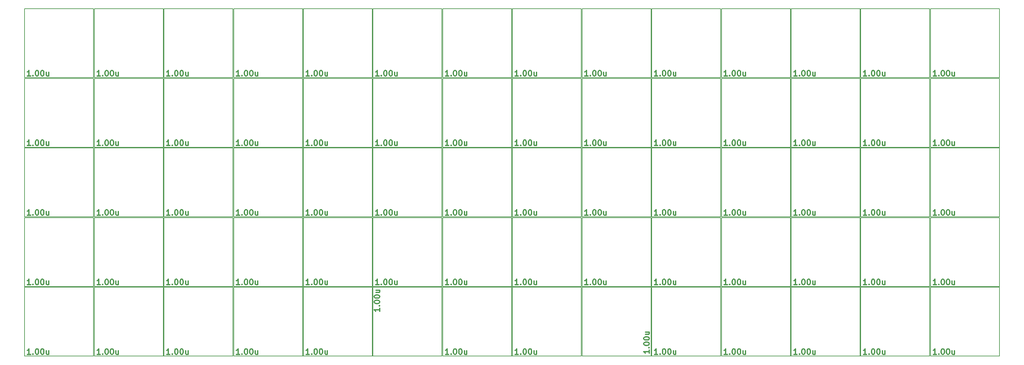
<source format=gbr>
G04 #@! TF.FileFunction,Drawing*
%FSLAX46Y46*%
G04 Gerber Fmt 4.6, Leading zero omitted, Abs format (unit mm)*
G04 Created by KiCad (PCBNEW 4.0.1-stable) date 4/18/2016 2:02:23 AM*
%MOMM*%
G01*
G04 APERTURE LIST*
%ADD10C,0.100000*%
%ADD11C,0.152400*%
%ADD12C,0.304800*%
G04 APERTURE END LIST*
D10*
D11*
X202602000Y-50602000D02*
X221398000Y-50602000D01*
X221398000Y-50602000D02*
X221398000Y-69398000D01*
X221398000Y-69398000D02*
X202602000Y-69398000D01*
X202602000Y-69398000D02*
X202602000Y-50602000D01*
X221602000Y-31602000D02*
X240398000Y-31602000D01*
X240398000Y-31602000D02*
X240398000Y-50398000D01*
X240398000Y-50398000D02*
X221602000Y-50398000D01*
X221602000Y-50398000D02*
X221602000Y-31602000D01*
X259602000Y-50602000D02*
X278398000Y-50602000D01*
X278398000Y-50602000D02*
X278398000Y-69398000D01*
X278398000Y-69398000D02*
X259602000Y-69398000D01*
X259602000Y-69398000D02*
X259602000Y-50602000D01*
X259602000Y-12602000D02*
X278398000Y-12602000D01*
X278398000Y-12602000D02*
X278398000Y-31398000D01*
X278398000Y-31398000D02*
X259602000Y-31398000D01*
X259602000Y-31398000D02*
X259602000Y-12602000D01*
X259602000Y-69602000D02*
X278398000Y-69602000D01*
X278398000Y-69602000D02*
X278398000Y-88398000D01*
X278398000Y-88398000D02*
X259602000Y-88398000D01*
X259602000Y-88398000D02*
X259602000Y-69602000D01*
X259602000Y-88602000D02*
X278398000Y-88602000D01*
X278398000Y-88602000D02*
X278398000Y-107398000D01*
X278398000Y-107398000D02*
X259602000Y-107398000D01*
X259602000Y-107398000D02*
X259602000Y-88602000D01*
X259602000Y-31602000D02*
X278398000Y-31602000D01*
X278398000Y-31602000D02*
X278398000Y-50398000D01*
X278398000Y-50398000D02*
X259602000Y-50398000D01*
X259602000Y-50398000D02*
X259602000Y-31602000D01*
X221602000Y-50602000D02*
X240398000Y-50602000D01*
X240398000Y-50602000D02*
X240398000Y-69398000D01*
X240398000Y-69398000D02*
X221602000Y-69398000D01*
X221602000Y-69398000D02*
X221602000Y-50602000D01*
X221602000Y-69602000D02*
X240398000Y-69602000D01*
X240398000Y-69602000D02*
X240398000Y-88398000D01*
X240398000Y-88398000D02*
X221602000Y-88398000D01*
X221602000Y-88398000D02*
X221602000Y-69602000D01*
X221602000Y-88602000D02*
X240398000Y-88602000D01*
X240398000Y-88602000D02*
X240398000Y-107398000D01*
X240398000Y-107398000D02*
X221602000Y-107398000D01*
X221602000Y-107398000D02*
X221602000Y-88602000D01*
X240602000Y-31602000D02*
X259398000Y-31602000D01*
X259398000Y-31602000D02*
X259398000Y-50398000D01*
X259398000Y-50398000D02*
X240602000Y-50398000D01*
X240602000Y-50398000D02*
X240602000Y-31602000D01*
X240602000Y-88602000D02*
X259398000Y-88602000D01*
X259398000Y-88602000D02*
X259398000Y-107398000D01*
X259398000Y-107398000D02*
X240602000Y-107398000D01*
X240602000Y-107398000D02*
X240602000Y-88602000D01*
X240602000Y-69602000D02*
X259398000Y-69602000D01*
X259398000Y-69602000D02*
X259398000Y-88398000D01*
X259398000Y-88398000D02*
X240602000Y-88398000D01*
X240602000Y-88398000D02*
X240602000Y-69602000D01*
X240602000Y-12602000D02*
X259398000Y-12602000D01*
X259398000Y-12602000D02*
X259398000Y-31398000D01*
X259398000Y-31398000D02*
X240602000Y-31398000D01*
X240602000Y-31398000D02*
X240602000Y-12602000D01*
X240602000Y-50602000D02*
X259398000Y-50602000D01*
X259398000Y-50602000D02*
X259398000Y-69398000D01*
X259398000Y-69398000D02*
X240602000Y-69398000D01*
X240602000Y-69398000D02*
X240602000Y-50602000D01*
X221602000Y-12602000D02*
X240398000Y-12602000D01*
X240398000Y-12602000D02*
X240398000Y-31398000D01*
X240398000Y-31398000D02*
X221602000Y-31398000D01*
X221602000Y-31398000D02*
X221602000Y-12602000D01*
X107602000Y-50602000D02*
X126398000Y-50602000D01*
X126398000Y-50602000D02*
X126398000Y-69398000D01*
X126398000Y-69398000D02*
X107602000Y-69398000D01*
X107602000Y-69398000D02*
X107602000Y-50602000D01*
X107602000Y-12602000D02*
X126398000Y-12602000D01*
X126398000Y-12602000D02*
X126398000Y-31398000D01*
X126398000Y-31398000D02*
X107602000Y-31398000D01*
X107602000Y-31398000D02*
X107602000Y-12602000D01*
X107602000Y-69602000D02*
X126398000Y-69602000D01*
X126398000Y-69602000D02*
X126398000Y-88398000D01*
X126398000Y-88398000D02*
X107602000Y-88398000D01*
X107602000Y-88398000D02*
X107602000Y-69602000D01*
X126398000Y-88602000D02*
X126398000Y-107398000D01*
X126398000Y-107398000D02*
X107602000Y-107398000D01*
X107602000Y-107398000D02*
X107602000Y-88602000D01*
X107602000Y-88602000D02*
X126398000Y-88602000D01*
X107602000Y-31602000D02*
X126398000Y-31602000D01*
X126398000Y-31602000D02*
X126398000Y-50398000D01*
X126398000Y-50398000D02*
X107602000Y-50398000D01*
X107602000Y-50398000D02*
X107602000Y-31602000D01*
X126602000Y-31602000D02*
X145398000Y-31602000D01*
X145398000Y-31602000D02*
X145398000Y-50398000D01*
X145398000Y-50398000D02*
X126602000Y-50398000D01*
X126602000Y-50398000D02*
X126602000Y-31602000D01*
X126602000Y-88602000D02*
X145398000Y-88602000D01*
X145398000Y-88602000D02*
X145398000Y-107398000D01*
X145398000Y-107398000D02*
X126602000Y-107398000D01*
X126602000Y-107398000D02*
X126602000Y-88602000D01*
X126602000Y-69602000D02*
X145398000Y-69602000D01*
X145398000Y-69602000D02*
X145398000Y-88398000D01*
X145398000Y-88398000D02*
X126602000Y-88398000D01*
X126602000Y-88398000D02*
X126602000Y-69602000D01*
X145602000Y-12602000D02*
X164398000Y-12602000D01*
X164398000Y-12602000D02*
X164398000Y-31398000D01*
X164398000Y-31398000D02*
X145602000Y-31398000D01*
X145602000Y-31398000D02*
X145602000Y-12602000D01*
X126602000Y-12602000D02*
X145398000Y-12602000D01*
X145398000Y-12602000D02*
X145398000Y-31398000D01*
X145398000Y-31398000D02*
X126602000Y-31398000D01*
X126602000Y-31398000D02*
X126602000Y-12602000D01*
X145602000Y-31602000D02*
X164398000Y-31602000D01*
X164398000Y-31602000D02*
X164398000Y-50398000D01*
X164398000Y-50398000D02*
X145602000Y-50398000D01*
X145602000Y-50398000D02*
X145602000Y-31602000D01*
X126602000Y-50602000D02*
X145398000Y-50602000D01*
X145398000Y-50602000D02*
X145398000Y-69398000D01*
X145398000Y-69398000D02*
X126602000Y-69398000D01*
X126602000Y-69398000D02*
X126602000Y-50602000D01*
X164602000Y-31602000D02*
X183398000Y-31602000D01*
X183398000Y-31602000D02*
X183398000Y-50398000D01*
X183398000Y-50398000D02*
X164602000Y-50398000D01*
X164602000Y-50398000D02*
X164602000Y-31602000D01*
X164602000Y-12602000D02*
X183398000Y-12602000D01*
X183398000Y-12602000D02*
X183398000Y-31398000D01*
X183398000Y-31398000D02*
X164602000Y-31398000D01*
X164602000Y-31398000D02*
X164602000Y-12602000D01*
X183602000Y-31602000D02*
X202398000Y-31602000D01*
X202398000Y-31602000D02*
X202398000Y-50398000D01*
X202398000Y-50398000D02*
X183602000Y-50398000D01*
X183602000Y-50398000D02*
X183602000Y-31602000D01*
X183602000Y-12602000D02*
X202398000Y-12602000D01*
X202398000Y-12602000D02*
X202398000Y-31398000D01*
X202398000Y-31398000D02*
X183602000Y-31398000D01*
X183602000Y-31398000D02*
X183602000Y-12602000D01*
X202602000Y-12602000D02*
X221398000Y-12602000D01*
X221398000Y-12602000D02*
X221398000Y-31398000D01*
X221398000Y-31398000D02*
X202602000Y-31398000D01*
X202602000Y-31398000D02*
X202602000Y-12602000D01*
X202602000Y-69602000D02*
X221398000Y-69602000D01*
X221398000Y-69602000D02*
X221398000Y-88398000D01*
X221398000Y-88398000D02*
X202602000Y-88398000D01*
X202602000Y-88398000D02*
X202602000Y-69602000D01*
X202602000Y-88602000D02*
X221398000Y-88602000D01*
X221398000Y-88602000D02*
X221398000Y-107398000D01*
X221398000Y-107398000D02*
X202602000Y-107398000D01*
X202602000Y-107398000D02*
X202602000Y-88602000D01*
X202602000Y-31602000D02*
X221398000Y-31602000D01*
X221398000Y-31602000D02*
X221398000Y-50398000D01*
X221398000Y-50398000D02*
X202602000Y-50398000D01*
X202602000Y-50398000D02*
X202602000Y-31602000D01*
X145602000Y-50602000D02*
X164398000Y-50602000D01*
X164398000Y-50602000D02*
X164398000Y-69398000D01*
X164398000Y-69398000D02*
X145602000Y-69398000D01*
X145602000Y-69398000D02*
X145602000Y-50602000D01*
X145602000Y-69602000D02*
X164398000Y-69602000D01*
X164398000Y-69602000D02*
X164398000Y-88398000D01*
X164398000Y-88398000D02*
X145602000Y-88398000D01*
X145602000Y-88398000D02*
X145602000Y-69602000D01*
X145602000Y-88602000D02*
X164398000Y-88602000D01*
X164398000Y-88602000D02*
X164398000Y-107398000D01*
X164398000Y-107398000D02*
X145602000Y-107398000D01*
X145602000Y-107398000D02*
X145602000Y-88602000D01*
X183602000Y-88602000D02*
X202398000Y-88602000D01*
X202398000Y-88602000D02*
X202398000Y-107398000D01*
X202398000Y-107398000D02*
X183602000Y-107398000D01*
X183602000Y-107398000D02*
X183602000Y-88602000D01*
X183602000Y-69602000D02*
X202398000Y-69602000D01*
X202398000Y-69602000D02*
X202398000Y-88398000D01*
X202398000Y-88398000D02*
X183602000Y-88398000D01*
X183602000Y-88398000D02*
X183602000Y-69602000D01*
X183602000Y-50602000D02*
X202398000Y-50602000D01*
X202398000Y-50602000D02*
X202398000Y-69398000D01*
X202398000Y-69398000D02*
X183602000Y-69398000D01*
X183602000Y-69398000D02*
X183602000Y-50602000D01*
X164602000Y-50602000D02*
X183398000Y-50602000D01*
X183398000Y-50602000D02*
X183398000Y-69398000D01*
X183398000Y-69398000D02*
X164602000Y-69398000D01*
X164602000Y-69398000D02*
X164602000Y-50602000D01*
X164602000Y-69602000D02*
X183398000Y-69602000D01*
X183398000Y-69602000D02*
X183398000Y-88398000D01*
X183398000Y-88398000D02*
X164602000Y-88398000D01*
X164602000Y-88398000D02*
X164602000Y-69602000D01*
X164602000Y-107398000D02*
X164602000Y-88602000D01*
X164602000Y-88602000D02*
X183398000Y-88602000D01*
X183398000Y-88602000D02*
X183398000Y-107398000D01*
X183398000Y-107398000D02*
X164602000Y-107398000D01*
X50602000Y-88602000D02*
X69398000Y-88602000D01*
X69398000Y-88602000D02*
X69398000Y-107398000D01*
X69398000Y-107398000D02*
X50602000Y-107398000D01*
X50602000Y-107398000D02*
X50602000Y-88602000D01*
X50602000Y-69602000D02*
X69398000Y-69602000D01*
X69398000Y-69602000D02*
X69398000Y-88398000D01*
X69398000Y-88398000D02*
X50602000Y-88398000D01*
X50602000Y-88398000D02*
X50602000Y-69602000D01*
X50602000Y-50602000D02*
X69398000Y-50602000D01*
X69398000Y-50602000D02*
X69398000Y-69398000D01*
X69398000Y-69398000D02*
X50602000Y-69398000D01*
X50602000Y-69398000D02*
X50602000Y-50602000D01*
X69602000Y-50602000D02*
X88398000Y-50602000D01*
X88398000Y-50602000D02*
X88398000Y-69398000D01*
X88398000Y-69398000D02*
X69602000Y-69398000D01*
X69602000Y-69398000D02*
X69602000Y-50602000D01*
X69602000Y-69602000D02*
X88398000Y-69602000D01*
X88398000Y-69602000D02*
X88398000Y-88398000D01*
X88398000Y-88398000D02*
X69602000Y-88398000D01*
X69602000Y-88398000D02*
X69602000Y-69602000D01*
X69602000Y-88602000D02*
X88398000Y-88602000D01*
X88398000Y-88602000D02*
X88398000Y-107398000D01*
X88398000Y-107398000D02*
X69602000Y-107398000D01*
X69602000Y-107398000D02*
X69602000Y-88602000D01*
X31602000Y-88602000D02*
X50398000Y-88602000D01*
X50398000Y-88602000D02*
X50398000Y-107398000D01*
X50398000Y-107398000D02*
X31602000Y-107398000D01*
X31602000Y-107398000D02*
X31602000Y-88602000D01*
X31602000Y-69602000D02*
X50398000Y-69602000D01*
X50398000Y-69602000D02*
X50398000Y-88398000D01*
X50398000Y-88398000D02*
X31602000Y-88398000D01*
X31602000Y-88398000D02*
X31602000Y-69602000D01*
X31602000Y-50602000D02*
X50398000Y-50602000D01*
X50398000Y-50602000D02*
X50398000Y-69398000D01*
X50398000Y-69398000D02*
X31602000Y-69398000D01*
X31602000Y-69398000D02*
X31602000Y-50602000D01*
X88602000Y-31602000D02*
X107398000Y-31602000D01*
X107398000Y-31602000D02*
X107398000Y-50398000D01*
X107398000Y-50398000D02*
X88602000Y-50398000D01*
X88602000Y-50398000D02*
X88602000Y-31602000D01*
X88602000Y-88602000D02*
X107398000Y-88602000D01*
X107398000Y-88602000D02*
X107398000Y-107398000D01*
X107398000Y-107398000D02*
X88602000Y-107398000D01*
X88602000Y-107398000D02*
X88602000Y-88602000D01*
X88602000Y-69602000D02*
X107398000Y-69602000D01*
X107398000Y-69602000D02*
X107398000Y-88398000D01*
X107398000Y-88398000D02*
X88602000Y-88398000D01*
X88602000Y-88398000D02*
X88602000Y-69602000D01*
X88602000Y-12602000D02*
X107398000Y-12602000D01*
X107398000Y-12602000D02*
X107398000Y-31398000D01*
X107398000Y-31398000D02*
X88602000Y-31398000D01*
X88602000Y-31398000D02*
X88602000Y-12602000D01*
X88602000Y-50602000D02*
X107398000Y-50602000D01*
X107398000Y-50602000D02*
X107398000Y-69398000D01*
X107398000Y-69398000D02*
X88602000Y-69398000D01*
X88602000Y-69398000D02*
X88602000Y-50602000D01*
X69602000Y-12602000D02*
X88398000Y-12602000D01*
X88398000Y-12602000D02*
X88398000Y-31398000D01*
X88398000Y-31398000D02*
X69602000Y-31398000D01*
X69602000Y-31398000D02*
X69602000Y-12602000D01*
X69602000Y-31602000D02*
X88398000Y-31602000D01*
X88398000Y-31602000D02*
X88398000Y-50398000D01*
X88398000Y-50398000D02*
X69602000Y-50398000D01*
X69602000Y-50398000D02*
X69602000Y-31602000D01*
X50602000Y-12602000D02*
X69398000Y-12602000D01*
X69398000Y-12602000D02*
X69398000Y-31398000D01*
X69398000Y-31398000D02*
X50602000Y-31398000D01*
X50602000Y-31398000D02*
X50602000Y-12602000D01*
X50602000Y-31602000D02*
X69398000Y-31602000D01*
X69398000Y-31602000D02*
X69398000Y-50398000D01*
X69398000Y-50398000D02*
X50602000Y-50398000D01*
X50602000Y-50398000D02*
X50602000Y-31602000D01*
X12602000Y-50602000D02*
X31398000Y-50602000D01*
X31398000Y-50602000D02*
X31398000Y-69398000D01*
X31398000Y-69398000D02*
X12602000Y-69398000D01*
X12602000Y-69398000D02*
X12602000Y-50602000D01*
X31602000Y-31602000D02*
X50398000Y-31602000D01*
X50398000Y-31602000D02*
X50398000Y-50398000D01*
X50398000Y-50398000D02*
X31602000Y-50398000D01*
X31602000Y-50398000D02*
X31602000Y-31602000D01*
X12602000Y-12602000D02*
X31398000Y-12602000D01*
X31398000Y-12602000D02*
X31398000Y-31398000D01*
X31398000Y-31398000D02*
X12602000Y-31398000D01*
X12602000Y-31398000D02*
X12602000Y-12602000D01*
X31602000Y-12602000D02*
X50398000Y-12602000D01*
X50398000Y-12602000D02*
X50398000Y-31398000D01*
X50398000Y-31398000D02*
X31602000Y-31398000D01*
X31602000Y-31398000D02*
X31602000Y-12602000D01*
X12602000Y-69602000D02*
X31398000Y-69602000D01*
X31398000Y-69602000D02*
X31398000Y-88398000D01*
X31398000Y-88398000D02*
X12602000Y-88398000D01*
X12602000Y-88398000D02*
X12602000Y-69602000D01*
X12602000Y-88602000D02*
X31398000Y-88602000D01*
X31398000Y-88602000D02*
X31398000Y-107398000D01*
X31398000Y-107398000D02*
X12602000Y-107398000D01*
X12602000Y-107398000D02*
X12602000Y-88602000D01*
X12602000Y-31602000D02*
X31398000Y-31602000D01*
X31398000Y-31602000D02*
X31398000Y-50398000D01*
X31398000Y-50398000D02*
X12602000Y-50398000D01*
X12602000Y-50398000D02*
X12602000Y-31602000D01*
D12*
X204216714Y-68944429D02*
X203345857Y-68944429D01*
X203781285Y-68944429D02*
X203781285Y-67420429D01*
X203636142Y-67638143D01*
X203491000Y-67783286D01*
X203345857Y-67855857D01*
X204869857Y-68799286D02*
X204942429Y-68871857D01*
X204869857Y-68944429D01*
X204797286Y-68871857D01*
X204869857Y-68799286D01*
X204869857Y-68944429D01*
X205885857Y-67420429D02*
X206031000Y-67420429D01*
X206176143Y-67493000D01*
X206248714Y-67565571D01*
X206321285Y-67710714D01*
X206393857Y-68001000D01*
X206393857Y-68363857D01*
X206321285Y-68654143D01*
X206248714Y-68799286D01*
X206176143Y-68871857D01*
X206031000Y-68944429D01*
X205885857Y-68944429D01*
X205740714Y-68871857D01*
X205668143Y-68799286D01*
X205595571Y-68654143D01*
X205523000Y-68363857D01*
X205523000Y-68001000D01*
X205595571Y-67710714D01*
X205668143Y-67565571D01*
X205740714Y-67493000D01*
X205885857Y-67420429D01*
X207337286Y-67420429D02*
X207482429Y-67420429D01*
X207627572Y-67493000D01*
X207700143Y-67565571D01*
X207772714Y-67710714D01*
X207845286Y-68001000D01*
X207845286Y-68363857D01*
X207772714Y-68654143D01*
X207700143Y-68799286D01*
X207627572Y-68871857D01*
X207482429Y-68944429D01*
X207337286Y-68944429D01*
X207192143Y-68871857D01*
X207119572Y-68799286D01*
X207047000Y-68654143D01*
X206974429Y-68363857D01*
X206974429Y-68001000D01*
X207047000Y-67710714D01*
X207119572Y-67565571D01*
X207192143Y-67493000D01*
X207337286Y-67420429D01*
X209151572Y-67928429D02*
X209151572Y-68944429D01*
X208498429Y-67928429D02*
X208498429Y-68726714D01*
X208571001Y-68871857D01*
X208716143Y-68944429D01*
X208933858Y-68944429D01*
X209079001Y-68871857D01*
X209151572Y-68799286D01*
X223216714Y-49944429D02*
X222345857Y-49944429D01*
X222781285Y-49944429D02*
X222781285Y-48420429D01*
X222636142Y-48638143D01*
X222491000Y-48783286D01*
X222345857Y-48855857D01*
X223869857Y-49799286D02*
X223942429Y-49871857D01*
X223869857Y-49944429D01*
X223797286Y-49871857D01*
X223869857Y-49799286D01*
X223869857Y-49944429D01*
X224885857Y-48420429D02*
X225031000Y-48420429D01*
X225176143Y-48493000D01*
X225248714Y-48565571D01*
X225321285Y-48710714D01*
X225393857Y-49001000D01*
X225393857Y-49363857D01*
X225321285Y-49654143D01*
X225248714Y-49799286D01*
X225176143Y-49871857D01*
X225031000Y-49944429D01*
X224885857Y-49944429D01*
X224740714Y-49871857D01*
X224668143Y-49799286D01*
X224595571Y-49654143D01*
X224523000Y-49363857D01*
X224523000Y-49001000D01*
X224595571Y-48710714D01*
X224668143Y-48565571D01*
X224740714Y-48493000D01*
X224885857Y-48420429D01*
X226337286Y-48420429D02*
X226482429Y-48420429D01*
X226627572Y-48493000D01*
X226700143Y-48565571D01*
X226772714Y-48710714D01*
X226845286Y-49001000D01*
X226845286Y-49363857D01*
X226772714Y-49654143D01*
X226700143Y-49799286D01*
X226627572Y-49871857D01*
X226482429Y-49944429D01*
X226337286Y-49944429D01*
X226192143Y-49871857D01*
X226119572Y-49799286D01*
X226047000Y-49654143D01*
X225974429Y-49363857D01*
X225974429Y-49001000D01*
X226047000Y-48710714D01*
X226119572Y-48565571D01*
X226192143Y-48493000D01*
X226337286Y-48420429D01*
X228151572Y-48928429D02*
X228151572Y-49944429D01*
X227498429Y-48928429D02*
X227498429Y-49726714D01*
X227571001Y-49871857D01*
X227716143Y-49944429D01*
X227933858Y-49944429D01*
X228079001Y-49871857D01*
X228151572Y-49799286D01*
X261216714Y-68944429D02*
X260345857Y-68944429D01*
X260781285Y-68944429D02*
X260781285Y-67420429D01*
X260636142Y-67638143D01*
X260491000Y-67783286D01*
X260345857Y-67855857D01*
X261869857Y-68799286D02*
X261942429Y-68871857D01*
X261869857Y-68944429D01*
X261797286Y-68871857D01*
X261869857Y-68799286D01*
X261869857Y-68944429D01*
X262885857Y-67420429D02*
X263031000Y-67420429D01*
X263176143Y-67493000D01*
X263248714Y-67565571D01*
X263321285Y-67710714D01*
X263393857Y-68001000D01*
X263393857Y-68363857D01*
X263321285Y-68654143D01*
X263248714Y-68799286D01*
X263176143Y-68871857D01*
X263031000Y-68944429D01*
X262885857Y-68944429D01*
X262740714Y-68871857D01*
X262668143Y-68799286D01*
X262595571Y-68654143D01*
X262523000Y-68363857D01*
X262523000Y-68001000D01*
X262595571Y-67710714D01*
X262668143Y-67565571D01*
X262740714Y-67493000D01*
X262885857Y-67420429D01*
X264337286Y-67420429D02*
X264482429Y-67420429D01*
X264627572Y-67493000D01*
X264700143Y-67565571D01*
X264772714Y-67710714D01*
X264845286Y-68001000D01*
X264845286Y-68363857D01*
X264772714Y-68654143D01*
X264700143Y-68799286D01*
X264627572Y-68871857D01*
X264482429Y-68944429D01*
X264337286Y-68944429D01*
X264192143Y-68871857D01*
X264119572Y-68799286D01*
X264047000Y-68654143D01*
X263974429Y-68363857D01*
X263974429Y-68001000D01*
X264047000Y-67710714D01*
X264119572Y-67565571D01*
X264192143Y-67493000D01*
X264337286Y-67420429D01*
X266151572Y-67928429D02*
X266151572Y-68944429D01*
X265498429Y-67928429D02*
X265498429Y-68726714D01*
X265571001Y-68871857D01*
X265716143Y-68944429D01*
X265933858Y-68944429D01*
X266079001Y-68871857D01*
X266151572Y-68799286D01*
X261216714Y-30944429D02*
X260345857Y-30944429D01*
X260781285Y-30944429D02*
X260781285Y-29420429D01*
X260636142Y-29638143D01*
X260491000Y-29783286D01*
X260345857Y-29855857D01*
X261869857Y-30799286D02*
X261942429Y-30871857D01*
X261869857Y-30944429D01*
X261797286Y-30871857D01*
X261869857Y-30799286D01*
X261869857Y-30944429D01*
X262885857Y-29420429D02*
X263031000Y-29420429D01*
X263176143Y-29493000D01*
X263248714Y-29565571D01*
X263321285Y-29710714D01*
X263393857Y-30001000D01*
X263393857Y-30363857D01*
X263321285Y-30654143D01*
X263248714Y-30799286D01*
X263176143Y-30871857D01*
X263031000Y-30944429D01*
X262885857Y-30944429D01*
X262740714Y-30871857D01*
X262668143Y-30799286D01*
X262595571Y-30654143D01*
X262523000Y-30363857D01*
X262523000Y-30001000D01*
X262595571Y-29710714D01*
X262668143Y-29565571D01*
X262740714Y-29493000D01*
X262885857Y-29420429D01*
X264337286Y-29420429D02*
X264482429Y-29420429D01*
X264627572Y-29493000D01*
X264700143Y-29565571D01*
X264772714Y-29710714D01*
X264845286Y-30001000D01*
X264845286Y-30363857D01*
X264772714Y-30654143D01*
X264700143Y-30799286D01*
X264627572Y-30871857D01*
X264482429Y-30944429D01*
X264337286Y-30944429D01*
X264192143Y-30871857D01*
X264119572Y-30799286D01*
X264047000Y-30654143D01*
X263974429Y-30363857D01*
X263974429Y-30001000D01*
X264047000Y-29710714D01*
X264119572Y-29565571D01*
X264192143Y-29493000D01*
X264337286Y-29420429D01*
X266151572Y-29928429D02*
X266151572Y-30944429D01*
X265498429Y-29928429D02*
X265498429Y-30726714D01*
X265571001Y-30871857D01*
X265716143Y-30944429D01*
X265933858Y-30944429D01*
X266079001Y-30871857D01*
X266151572Y-30799286D01*
X261216714Y-87944429D02*
X260345857Y-87944429D01*
X260781285Y-87944429D02*
X260781285Y-86420429D01*
X260636142Y-86638143D01*
X260491000Y-86783286D01*
X260345857Y-86855857D01*
X261869857Y-87799286D02*
X261942429Y-87871857D01*
X261869857Y-87944429D01*
X261797286Y-87871857D01*
X261869857Y-87799286D01*
X261869857Y-87944429D01*
X262885857Y-86420429D02*
X263031000Y-86420429D01*
X263176143Y-86493000D01*
X263248714Y-86565571D01*
X263321285Y-86710714D01*
X263393857Y-87001000D01*
X263393857Y-87363857D01*
X263321285Y-87654143D01*
X263248714Y-87799286D01*
X263176143Y-87871857D01*
X263031000Y-87944429D01*
X262885857Y-87944429D01*
X262740714Y-87871857D01*
X262668143Y-87799286D01*
X262595571Y-87654143D01*
X262523000Y-87363857D01*
X262523000Y-87001000D01*
X262595571Y-86710714D01*
X262668143Y-86565571D01*
X262740714Y-86493000D01*
X262885857Y-86420429D01*
X264337286Y-86420429D02*
X264482429Y-86420429D01*
X264627572Y-86493000D01*
X264700143Y-86565571D01*
X264772714Y-86710714D01*
X264845286Y-87001000D01*
X264845286Y-87363857D01*
X264772714Y-87654143D01*
X264700143Y-87799286D01*
X264627572Y-87871857D01*
X264482429Y-87944429D01*
X264337286Y-87944429D01*
X264192143Y-87871857D01*
X264119572Y-87799286D01*
X264047000Y-87654143D01*
X263974429Y-87363857D01*
X263974429Y-87001000D01*
X264047000Y-86710714D01*
X264119572Y-86565571D01*
X264192143Y-86493000D01*
X264337286Y-86420429D01*
X266151572Y-86928429D02*
X266151572Y-87944429D01*
X265498429Y-86928429D02*
X265498429Y-87726714D01*
X265571001Y-87871857D01*
X265716143Y-87944429D01*
X265933858Y-87944429D01*
X266079001Y-87871857D01*
X266151572Y-87799286D01*
X261216714Y-106944429D02*
X260345857Y-106944429D01*
X260781285Y-106944429D02*
X260781285Y-105420429D01*
X260636142Y-105638143D01*
X260491000Y-105783286D01*
X260345857Y-105855857D01*
X261869857Y-106799286D02*
X261942429Y-106871857D01*
X261869857Y-106944429D01*
X261797286Y-106871857D01*
X261869857Y-106799286D01*
X261869857Y-106944429D01*
X262885857Y-105420429D02*
X263031000Y-105420429D01*
X263176143Y-105493000D01*
X263248714Y-105565571D01*
X263321285Y-105710714D01*
X263393857Y-106001000D01*
X263393857Y-106363857D01*
X263321285Y-106654143D01*
X263248714Y-106799286D01*
X263176143Y-106871857D01*
X263031000Y-106944429D01*
X262885857Y-106944429D01*
X262740714Y-106871857D01*
X262668143Y-106799286D01*
X262595571Y-106654143D01*
X262523000Y-106363857D01*
X262523000Y-106001000D01*
X262595571Y-105710714D01*
X262668143Y-105565571D01*
X262740714Y-105493000D01*
X262885857Y-105420429D01*
X264337286Y-105420429D02*
X264482429Y-105420429D01*
X264627572Y-105493000D01*
X264700143Y-105565571D01*
X264772714Y-105710714D01*
X264845286Y-106001000D01*
X264845286Y-106363857D01*
X264772714Y-106654143D01*
X264700143Y-106799286D01*
X264627572Y-106871857D01*
X264482429Y-106944429D01*
X264337286Y-106944429D01*
X264192143Y-106871857D01*
X264119572Y-106799286D01*
X264047000Y-106654143D01*
X263974429Y-106363857D01*
X263974429Y-106001000D01*
X264047000Y-105710714D01*
X264119572Y-105565571D01*
X264192143Y-105493000D01*
X264337286Y-105420429D01*
X266151572Y-105928429D02*
X266151572Y-106944429D01*
X265498429Y-105928429D02*
X265498429Y-106726714D01*
X265571001Y-106871857D01*
X265716143Y-106944429D01*
X265933858Y-106944429D01*
X266079001Y-106871857D01*
X266151572Y-106799286D01*
X261216714Y-49944429D02*
X260345857Y-49944429D01*
X260781285Y-49944429D02*
X260781285Y-48420429D01*
X260636142Y-48638143D01*
X260491000Y-48783286D01*
X260345857Y-48855857D01*
X261869857Y-49799286D02*
X261942429Y-49871857D01*
X261869857Y-49944429D01*
X261797286Y-49871857D01*
X261869857Y-49799286D01*
X261869857Y-49944429D01*
X262885857Y-48420429D02*
X263031000Y-48420429D01*
X263176143Y-48493000D01*
X263248714Y-48565571D01*
X263321285Y-48710714D01*
X263393857Y-49001000D01*
X263393857Y-49363857D01*
X263321285Y-49654143D01*
X263248714Y-49799286D01*
X263176143Y-49871857D01*
X263031000Y-49944429D01*
X262885857Y-49944429D01*
X262740714Y-49871857D01*
X262668143Y-49799286D01*
X262595571Y-49654143D01*
X262523000Y-49363857D01*
X262523000Y-49001000D01*
X262595571Y-48710714D01*
X262668143Y-48565571D01*
X262740714Y-48493000D01*
X262885857Y-48420429D01*
X264337286Y-48420429D02*
X264482429Y-48420429D01*
X264627572Y-48493000D01*
X264700143Y-48565571D01*
X264772714Y-48710714D01*
X264845286Y-49001000D01*
X264845286Y-49363857D01*
X264772714Y-49654143D01*
X264700143Y-49799286D01*
X264627572Y-49871857D01*
X264482429Y-49944429D01*
X264337286Y-49944429D01*
X264192143Y-49871857D01*
X264119572Y-49799286D01*
X264047000Y-49654143D01*
X263974429Y-49363857D01*
X263974429Y-49001000D01*
X264047000Y-48710714D01*
X264119572Y-48565571D01*
X264192143Y-48493000D01*
X264337286Y-48420429D01*
X266151572Y-48928429D02*
X266151572Y-49944429D01*
X265498429Y-48928429D02*
X265498429Y-49726714D01*
X265571001Y-49871857D01*
X265716143Y-49944429D01*
X265933858Y-49944429D01*
X266079001Y-49871857D01*
X266151572Y-49799286D01*
X223216714Y-68944429D02*
X222345857Y-68944429D01*
X222781285Y-68944429D02*
X222781285Y-67420429D01*
X222636142Y-67638143D01*
X222491000Y-67783286D01*
X222345857Y-67855857D01*
X223869857Y-68799286D02*
X223942429Y-68871857D01*
X223869857Y-68944429D01*
X223797286Y-68871857D01*
X223869857Y-68799286D01*
X223869857Y-68944429D01*
X224885857Y-67420429D02*
X225031000Y-67420429D01*
X225176143Y-67493000D01*
X225248714Y-67565571D01*
X225321285Y-67710714D01*
X225393857Y-68001000D01*
X225393857Y-68363857D01*
X225321285Y-68654143D01*
X225248714Y-68799286D01*
X225176143Y-68871857D01*
X225031000Y-68944429D01*
X224885857Y-68944429D01*
X224740714Y-68871857D01*
X224668143Y-68799286D01*
X224595571Y-68654143D01*
X224523000Y-68363857D01*
X224523000Y-68001000D01*
X224595571Y-67710714D01*
X224668143Y-67565571D01*
X224740714Y-67493000D01*
X224885857Y-67420429D01*
X226337286Y-67420429D02*
X226482429Y-67420429D01*
X226627572Y-67493000D01*
X226700143Y-67565571D01*
X226772714Y-67710714D01*
X226845286Y-68001000D01*
X226845286Y-68363857D01*
X226772714Y-68654143D01*
X226700143Y-68799286D01*
X226627572Y-68871857D01*
X226482429Y-68944429D01*
X226337286Y-68944429D01*
X226192143Y-68871857D01*
X226119572Y-68799286D01*
X226047000Y-68654143D01*
X225974429Y-68363857D01*
X225974429Y-68001000D01*
X226047000Y-67710714D01*
X226119572Y-67565571D01*
X226192143Y-67493000D01*
X226337286Y-67420429D01*
X228151572Y-67928429D02*
X228151572Y-68944429D01*
X227498429Y-67928429D02*
X227498429Y-68726714D01*
X227571001Y-68871857D01*
X227716143Y-68944429D01*
X227933858Y-68944429D01*
X228079001Y-68871857D01*
X228151572Y-68799286D01*
X223216714Y-87944429D02*
X222345857Y-87944429D01*
X222781285Y-87944429D02*
X222781285Y-86420429D01*
X222636142Y-86638143D01*
X222491000Y-86783286D01*
X222345857Y-86855857D01*
X223869857Y-87799286D02*
X223942429Y-87871857D01*
X223869857Y-87944429D01*
X223797286Y-87871857D01*
X223869857Y-87799286D01*
X223869857Y-87944429D01*
X224885857Y-86420429D02*
X225031000Y-86420429D01*
X225176143Y-86493000D01*
X225248714Y-86565571D01*
X225321285Y-86710714D01*
X225393857Y-87001000D01*
X225393857Y-87363857D01*
X225321285Y-87654143D01*
X225248714Y-87799286D01*
X225176143Y-87871857D01*
X225031000Y-87944429D01*
X224885857Y-87944429D01*
X224740714Y-87871857D01*
X224668143Y-87799286D01*
X224595571Y-87654143D01*
X224523000Y-87363857D01*
X224523000Y-87001000D01*
X224595571Y-86710714D01*
X224668143Y-86565571D01*
X224740714Y-86493000D01*
X224885857Y-86420429D01*
X226337286Y-86420429D02*
X226482429Y-86420429D01*
X226627572Y-86493000D01*
X226700143Y-86565571D01*
X226772714Y-86710714D01*
X226845286Y-87001000D01*
X226845286Y-87363857D01*
X226772714Y-87654143D01*
X226700143Y-87799286D01*
X226627572Y-87871857D01*
X226482429Y-87944429D01*
X226337286Y-87944429D01*
X226192143Y-87871857D01*
X226119572Y-87799286D01*
X226047000Y-87654143D01*
X225974429Y-87363857D01*
X225974429Y-87001000D01*
X226047000Y-86710714D01*
X226119572Y-86565571D01*
X226192143Y-86493000D01*
X226337286Y-86420429D01*
X228151572Y-86928429D02*
X228151572Y-87944429D01*
X227498429Y-86928429D02*
X227498429Y-87726714D01*
X227571001Y-87871857D01*
X227716143Y-87944429D01*
X227933858Y-87944429D01*
X228079001Y-87871857D01*
X228151572Y-87799286D01*
X223216714Y-106944429D02*
X222345857Y-106944429D01*
X222781285Y-106944429D02*
X222781285Y-105420429D01*
X222636142Y-105638143D01*
X222491000Y-105783286D01*
X222345857Y-105855857D01*
X223869857Y-106799286D02*
X223942429Y-106871857D01*
X223869857Y-106944429D01*
X223797286Y-106871857D01*
X223869857Y-106799286D01*
X223869857Y-106944429D01*
X224885857Y-105420429D02*
X225031000Y-105420429D01*
X225176143Y-105493000D01*
X225248714Y-105565571D01*
X225321285Y-105710714D01*
X225393857Y-106001000D01*
X225393857Y-106363857D01*
X225321285Y-106654143D01*
X225248714Y-106799286D01*
X225176143Y-106871857D01*
X225031000Y-106944429D01*
X224885857Y-106944429D01*
X224740714Y-106871857D01*
X224668143Y-106799286D01*
X224595571Y-106654143D01*
X224523000Y-106363857D01*
X224523000Y-106001000D01*
X224595571Y-105710714D01*
X224668143Y-105565571D01*
X224740714Y-105493000D01*
X224885857Y-105420429D01*
X226337286Y-105420429D02*
X226482429Y-105420429D01*
X226627572Y-105493000D01*
X226700143Y-105565571D01*
X226772714Y-105710714D01*
X226845286Y-106001000D01*
X226845286Y-106363857D01*
X226772714Y-106654143D01*
X226700143Y-106799286D01*
X226627572Y-106871857D01*
X226482429Y-106944429D01*
X226337286Y-106944429D01*
X226192143Y-106871857D01*
X226119572Y-106799286D01*
X226047000Y-106654143D01*
X225974429Y-106363857D01*
X225974429Y-106001000D01*
X226047000Y-105710714D01*
X226119572Y-105565571D01*
X226192143Y-105493000D01*
X226337286Y-105420429D01*
X228151572Y-105928429D02*
X228151572Y-106944429D01*
X227498429Y-105928429D02*
X227498429Y-106726714D01*
X227571001Y-106871857D01*
X227716143Y-106944429D01*
X227933858Y-106944429D01*
X228079001Y-106871857D01*
X228151572Y-106799286D01*
X242216714Y-49944429D02*
X241345857Y-49944429D01*
X241781285Y-49944429D02*
X241781285Y-48420429D01*
X241636142Y-48638143D01*
X241491000Y-48783286D01*
X241345857Y-48855857D01*
X242869857Y-49799286D02*
X242942429Y-49871857D01*
X242869857Y-49944429D01*
X242797286Y-49871857D01*
X242869857Y-49799286D01*
X242869857Y-49944429D01*
X243885857Y-48420429D02*
X244031000Y-48420429D01*
X244176143Y-48493000D01*
X244248714Y-48565571D01*
X244321285Y-48710714D01*
X244393857Y-49001000D01*
X244393857Y-49363857D01*
X244321285Y-49654143D01*
X244248714Y-49799286D01*
X244176143Y-49871857D01*
X244031000Y-49944429D01*
X243885857Y-49944429D01*
X243740714Y-49871857D01*
X243668143Y-49799286D01*
X243595571Y-49654143D01*
X243523000Y-49363857D01*
X243523000Y-49001000D01*
X243595571Y-48710714D01*
X243668143Y-48565571D01*
X243740714Y-48493000D01*
X243885857Y-48420429D01*
X245337286Y-48420429D02*
X245482429Y-48420429D01*
X245627572Y-48493000D01*
X245700143Y-48565571D01*
X245772714Y-48710714D01*
X245845286Y-49001000D01*
X245845286Y-49363857D01*
X245772714Y-49654143D01*
X245700143Y-49799286D01*
X245627572Y-49871857D01*
X245482429Y-49944429D01*
X245337286Y-49944429D01*
X245192143Y-49871857D01*
X245119572Y-49799286D01*
X245047000Y-49654143D01*
X244974429Y-49363857D01*
X244974429Y-49001000D01*
X245047000Y-48710714D01*
X245119572Y-48565571D01*
X245192143Y-48493000D01*
X245337286Y-48420429D01*
X247151572Y-48928429D02*
X247151572Y-49944429D01*
X246498429Y-48928429D02*
X246498429Y-49726714D01*
X246571001Y-49871857D01*
X246716143Y-49944429D01*
X246933858Y-49944429D01*
X247079001Y-49871857D01*
X247151572Y-49799286D01*
X242216714Y-106944429D02*
X241345857Y-106944429D01*
X241781285Y-106944429D02*
X241781285Y-105420429D01*
X241636142Y-105638143D01*
X241491000Y-105783286D01*
X241345857Y-105855857D01*
X242869857Y-106799286D02*
X242942429Y-106871857D01*
X242869857Y-106944429D01*
X242797286Y-106871857D01*
X242869857Y-106799286D01*
X242869857Y-106944429D01*
X243885857Y-105420429D02*
X244031000Y-105420429D01*
X244176143Y-105493000D01*
X244248714Y-105565571D01*
X244321285Y-105710714D01*
X244393857Y-106001000D01*
X244393857Y-106363857D01*
X244321285Y-106654143D01*
X244248714Y-106799286D01*
X244176143Y-106871857D01*
X244031000Y-106944429D01*
X243885857Y-106944429D01*
X243740714Y-106871857D01*
X243668143Y-106799286D01*
X243595571Y-106654143D01*
X243523000Y-106363857D01*
X243523000Y-106001000D01*
X243595571Y-105710714D01*
X243668143Y-105565571D01*
X243740714Y-105493000D01*
X243885857Y-105420429D01*
X245337286Y-105420429D02*
X245482429Y-105420429D01*
X245627572Y-105493000D01*
X245700143Y-105565571D01*
X245772714Y-105710714D01*
X245845286Y-106001000D01*
X245845286Y-106363857D01*
X245772714Y-106654143D01*
X245700143Y-106799286D01*
X245627572Y-106871857D01*
X245482429Y-106944429D01*
X245337286Y-106944429D01*
X245192143Y-106871857D01*
X245119572Y-106799286D01*
X245047000Y-106654143D01*
X244974429Y-106363857D01*
X244974429Y-106001000D01*
X245047000Y-105710714D01*
X245119572Y-105565571D01*
X245192143Y-105493000D01*
X245337286Y-105420429D01*
X247151572Y-105928429D02*
X247151572Y-106944429D01*
X246498429Y-105928429D02*
X246498429Y-106726714D01*
X246571001Y-106871857D01*
X246716143Y-106944429D01*
X246933858Y-106944429D01*
X247079001Y-106871857D01*
X247151572Y-106799286D01*
X242216714Y-87944429D02*
X241345857Y-87944429D01*
X241781285Y-87944429D02*
X241781285Y-86420429D01*
X241636142Y-86638143D01*
X241491000Y-86783286D01*
X241345857Y-86855857D01*
X242869857Y-87799286D02*
X242942429Y-87871857D01*
X242869857Y-87944429D01*
X242797286Y-87871857D01*
X242869857Y-87799286D01*
X242869857Y-87944429D01*
X243885857Y-86420429D02*
X244031000Y-86420429D01*
X244176143Y-86493000D01*
X244248714Y-86565571D01*
X244321285Y-86710714D01*
X244393857Y-87001000D01*
X244393857Y-87363857D01*
X244321285Y-87654143D01*
X244248714Y-87799286D01*
X244176143Y-87871857D01*
X244031000Y-87944429D01*
X243885857Y-87944429D01*
X243740714Y-87871857D01*
X243668143Y-87799286D01*
X243595571Y-87654143D01*
X243523000Y-87363857D01*
X243523000Y-87001000D01*
X243595571Y-86710714D01*
X243668143Y-86565571D01*
X243740714Y-86493000D01*
X243885857Y-86420429D01*
X245337286Y-86420429D02*
X245482429Y-86420429D01*
X245627572Y-86493000D01*
X245700143Y-86565571D01*
X245772714Y-86710714D01*
X245845286Y-87001000D01*
X245845286Y-87363857D01*
X245772714Y-87654143D01*
X245700143Y-87799286D01*
X245627572Y-87871857D01*
X245482429Y-87944429D01*
X245337286Y-87944429D01*
X245192143Y-87871857D01*
X245119572Y-87799286D01*
X245047000Y-87654143D01*
X244974429Y-87363857D01*
X244974429Y-87001000D01*
X245047000Y-86710714D01*
X245119572Y-86565571D01*
X245192143Y-86493000D01*
X245337286Y-86420429D01*
X247151572Y-86928429D02*
X247151572Y-87944429D01*
X246498429Y-86928429D02*
X246498429Y-87726714D01*
X246571001Y-87871857D01*
X246716143Y-87944429D01*
X246933858Y-87944429D01*
X247079001Y-87871857D01*
X247151572Y-87799286D01*
X242216714Y-30944429D02*
X241345857Y-30944429D01*
X241781285Y-30944429D02*
X241781285Y-29420429D01*
X241636142Y-29638143D01*
X241491000Y-29783286D01*
X241345857Y-29855857D01*
X242869857Y-30799286D02*
X242942429Y-30871857D01*
X242869857Y-30944429D01*
X242797286Y-30871857D01*
X242869857Y-30799286D01*
X242869857Y-30944429D01*
X243885857Y-29420429D02*
X244031000Y-29420429D01*
X244176143Y-29493000D01*
X244248714Y-29565571D01*
X244321285Y-29710714D01*
X244393857Y-30001000D01*
X244393857Y-30363857D01*
X244321285Y-30654143D01*
X244248714Y-30799286D01*
X244176143Y-30871857D01*
X244031000Y-30944429D01*
X243885857Y-30944429D01*
X243740714Y-30871857D01*
X243668143Y-30799286D01*
X243595571Y-30654143D01*
X243523000Y-30363857D01*
X243523000Y-30001000D01*
X243595571Y-29710714D01*
X243668143Y-29565571D01*
X243740714Y-29493000D01*
X243885857Y-29420429D01*
X245337286Y-29420429D02*
X245482429Y-29420429D01*
X245627572Y-29493000D01*
X245700143Y-29565571D01*
X245772714Y-29710714D01*
X245845286Y-30001000D01*
X245845286Y-30363857D01*
X245772714Y-30654143D01*
X245700143Y-30799286D01*
X245627572Y-30871857D01*
X245482429Y-30944429D01*
X245337286Y-30944429D01*
X245192143Y-30871857D01*
X245119572Y-30799286D01*
X245047000Y-30654143D01*
X244974429Y-30363857D01*
X244974429Y-30001000D01*
X245047000Y-29710714D01*
X245119572Y-29565571D01*
X245192143Y-29493000D01*
X245337286Y-29420429D01*
X247151572Y-29928429D02*
X247151572Y-30944429D01*
X246498429Y-29928429D02*
X246498429Y-30726714D01*
X246571001Y-30871857D01*
X246716143Y-30944429D01*
X246933858Y-30944429D01*
X247079001Y-30871857D01*
X247151572Y-30799286D01*
X242216714Y-68944429D02*
X241345857Y-68944429D01*
X241781285Y-68944429D02*
X241781285Y-67420429D01*
X241636142Y-67638143D01*
X241491000Y-67783286D01*
X241345857Y-67855857D01*
X242869857Y-68799286D02*
X242942429Y-68871857D01*
X242869857Y-68944429D01*
X242797286Y-68871857D01*
X242869857Y-68799286D01*
X242869857Y-68944429D01*
X243885857Y-67420429D02*
X244031000Y-67420429D01*
X244176143Y-67493000D01*
X244248714Y-67565571D01*
X244321285Y-67710714D01*
X244393857Y-68001000D01*
X244393857Y-68363857D01*
X244321285Y-68654143D01*
X244248714Y-68799286D01*
X244176143Y-68871857D01*
X244031000Y-68944429D01*
X243885857Y-68944429D01*
X243740714Y-68871857D01*
X243668143Y-68799286D01*
X243595571Y-68654143D01*
X243523000Y-68363857D01*
X243523000Y-68001000D01*
X243595571Y-67710714D01*
X243668143Y-67565571D01*
X243740714Y-67493000D01*
X243885857Y-67420429D01*
X245337286Y-67420429D02*
X245482429Y-67420429D01*
X245627572Y-67493000D01*
X245700143Y-67565571D01*
X245772714Y-67710714D01*
X245845286Y-68001000D01*
X245845286Y-68363857D01*
X245772714Y-68654143D01*
X245700143Y-68799286D01*
X245627572Y-68871857D01*
X245482429Y-68944429D01*
X245337286Y-68944429D01*
X245192143Y-68871857D01*
X245119572Y-68799286D01*
X245047000Y-68654143D01*
X244974429Y-68363857D01*
X244974429Y-68001000D01*
X245047000Y-67710714D01*
X245119572Y-67565571D01*
X245192143Y-67493000D01*
X245337286Y-67420429D01*
X247151572Y-67928429D02*
X247151572Y-68944429D01*
X246498429Y-67928429D02*
X246498429Y-68726714D01*
X246571001Y-68871857D01*
X246716143Y-68944429D01*
X246933858Y-68944429D01*
X247079001Y-68871857D01*
X247151572Y-68799286D01*
X223216714Y-30944429D02*
X222345857Y-30944429D01*
X222781285Y-30944429D02*
X222781285Y-29420429D01*
X222636142Y-29638143D01*
X222491000Y-29783286D01*
X222345857Y-29855857D01*
X223869857Y-30799286D02*
X223942429Y-30871857D01*
X223869857Y-30944429D01*
X223797286Y-30871857D01*
X223869857Y-30799286D01*
X223869857Y-30944429D01*
X224885857Y-29420429D02*
X225031000Y-29420429D01*
X225176143Y-29493000D01*
X225248714Y-29565571D01*
X225321285Y-29710714D01*
X225393857Y-30001000D01*
X225393857Y-30363857D01*
X225321285Y-30654143D01*
X225248714Y-30799286D01*
X225176143Y-30871857D01*
X225031000Y-30944429D01*
X224885857Y-30944429D01*
X224740714Y-30871857D01*
X224668143Y-30799286D01*
X224595571Y-30654143D01*
X224523000Y-30363857D01*
X224523000Y-30001000D01*
X224595571Y-29710714D01*
X224668143Y-29565571D01*
X224740714Y-29493000D01*
X224885857Y-29420429D01*
X226337286Y-29420429D02*
X226482429Y-29420429D01*
X226627572Y-29493000D01*
X226700143Y-29565571D01*
X226772714Y-29710714D01*
X226845286Y-30001000D01*
X226845286Y-30363857D01*
X226772714Y-30654143D01*
X226700143Y-30799286D01*
X226627572Y-30871857D01*
X226482429Y-30944429D01*
X226337286Y-30944429D01*
X226192143Y-30871857D01*
X226119572Y-30799286D01*
X226047000Y-30654143D01*
X225974429Y-30363857D01*
X225974429Y-30001000D01*
X226047000Y-29710714D01*
X226119572Y-29565571D01*
X226192143Y-29493000D01*
X226337286Y-29420429D01*
X228151572Y-29928429D02*
X228151572Y-30944429D01*
X227498429Y-29928429D02*
X227498429Y-30726714D01*
X227571001Y-30871857D01*
X227716143Y-30944429D01*
X227933858Y-30944429D01*
X228079001Y-30871857D01*
X228151572Y-30799286D01*
X109216714Y-68944429D02*
X108345857Y-68944429D01*
X108781285Y-68944429D02*
X108781285Y-67420429D01*
X108636142Y-67638143D01*
X108491000Y-67783286D01*
X108345857Y-67855857D01*
X109869857Y-68799286D02*
X109942429Y-68871857D01*
X109869857Y-68944429D01*
X109797286Y-68871857D01*
X109869857Y-68799286D01*
X109869857Y-68944429D01*
X110885857Y-67420429D02*
X111031000Y-67420429D01*
X111176143Y-67493000D01*
X111248714Y-67565571D01*
X111321285Y-67710714D01*
X111393857Y-68001000D01*
X111393857Y-68363857D01*
X111321285Y-68654143D01*
X111248714Y-68799286D01*
X111176143Y-68871857D01*
X111031000Y-68944429D01*
X110885857Y-68944429D01*
X110740714Y-68871857D01*
X110668143Y-68799286D01*
X110595571Y-68654143D01*
X110523000Y-68363857D01*
X110523000Y-68001000D01*
X110595571Y-67710714D01*
X110668143Y-67565571D01*
X110740714Y-67493000D01*
X110885857Y-67420429D01*
X112337286Y-67420429D02*
X112482429Y-67420429D01*
X112627572Y-67493000D01*
X112700143Y-67565571D01*
X112772714Y-67710714D01*
X112845286Y-68001000D01*
X112845286Y-68363857D01*
X112772714Y-68654143D01*
X112700143Y-68799286D01*
X112627572Y-68871857D01*
X112482429Y-68944429D01*
X112337286Y-68944429D01*
X112192143Y-68871857D01*
X112119572Y-68799286D01*
X112047000Y-68654143D01*
X111974429Y-68363857D01*
X111974429Y-68001000D01*
X112047000Y-67710714D01*
X112119572Y-67565571D01*
X112192143Y-67493000D01*
X112337286Y-67420429D01*
X114151572Y-67928429D02*
X114151572Y-68944429D01*
X113498429Y-67928429D02*
X113498429Y-68726714D01*
X113571001Y-68871857D01*
X113716143Y-68944429D01*
X113933858Y-68944429D01*
X114079001Y-68871857D01*
X114151572Y-68799286D01*
X109216714Y-30944429D02*
X108345857Y-30944429D01*
X108781285Y-30944429D02*
X108781285Y-29420429D01*
X108636142Y-29638143D01*
X108491000Y-29783286D01*
X108345857Y-29855857D01*
X109869857Y-30799286D02*
X109942429Y-30871857D01*
X109869857Y-30944429D01*
X109797286Y-30871857D01*
X109869857Y-30799286D01*
X109869857Y-30944429D01*
X110885857Y-29420429D02*
X111031000Y-29420429D01*
X111176143Y-29493000D01*
X111248714Y-29565571D01*
X111321285Y-29710714D01*
X111393857Y-30001000D01*
X111393857Y-30363857D01*
X111321285Y-30654143D01*
X111248714Y-30799286D01*
X111176143Y-30871857D01*
X111031000Y-30944429D01*
X110885857Y-30944429D01*
X110740714Y-30871857D01*
X110668143Y-30799286D01*
X110595571Y-30654143D01*
X110523000Y-30363857D01*
X110523000Y-30001000D01*
X110595571Y-29710714D01*
X110668143Y-29565571D01*
X110740714Y-29493000D01*
X110885857Y-29420429D01*
X112337286Y-29420429D02*
X112482429Y-29420429D01*
X112627572Y-29493000D01*
X112700143Y-29565571D01*
X112772714Y-29710714D01*
X112845286Y-30001000D01*
X112845286Y-30363857D01*
X112772714Y-30654143D01*
X112700143Y-30799286D01*
X112627572Y-30871857D01*
X112482429Y-30944429D01*
X112337286Y-30944429D01*
X112192143Y-30871857D01*
X112119572Y-30799286D01*
X112047000Y-30654143D01*
X111974429Y-30363857D01*
X111974429Y-30001000D01*
X112047000Y-29710714D01*
X112119572Y-29565571D01*
X112192143Y-29493000D01*
X112337286Y-29420429D01*
X114151572Y-29928429D02*
X114151572Y-30944429D01*
X113498429Y-29928429D02*
X113498429Y-30726714D01*
X113571001Y-30871857D01*
X113716143Y-30944429D01*
X113933858Y-30944429D01*
X114079001Y-30871857D01*
X114151572Y-30799286D01*
X109216714Y-87944429D02*
X108345857Y-87944429D01*
X108781285Y-87944429D02*
X108781285Y-86420429D01*
X108636142Y-86638143D01*
X108491000Y-86783286D01*
X108345857Y-86855857D01*
X109869857Y-87799286D02*
X109942429Y-87871857D01*
X109869857Y-87944429D01*
X109797286Y-87871857D01*
X109869857Y-87799286D01*
X109869857Y-87944429D01*
X110885857Y-86420429D02*
X111031000Y-86420429D01*
X111176143Y-86493000D01*
X111248714Y-86565571D01*
X111321285Y-86710714D01*
X111393857Y-87001000D01*
X111393857Y-87363857D01*
X111321285Y-87654143D01*
X111248714Y-87799286D01*
X111176143Y-87871857D01*
X111031000Y-87944429D01*
X110885857Y-87944429D01*
X110740714Y-87871857D01*
X110668143Y-87799286D01*
X110595571Y-87654143D01*
X110523000Y-87363857D01*
X110523000Y-87001000D01*
X110595571Y-86710714D01*
X110668143Y-86565571D01*
X110740714Y-86493000D01*
X110885857Y-86420429D01*
X112337286Y-86420429D02*
X112482429Y-86420429D01*
X112627572Y-86493000D01*
X112700143Y-86565571D01*
X112772714Y-86710714D01*
X112845286Y-87001000D01*
X112845286Y-87363857D01*
X112772714Y-87654143D01*
X112700143Y-87799286D01*
X112627572Y-87871857D01*
X112482429Y-87944429D01*
X112337286Y-87944429D01*
X112192143Y-87871857D01*
X112119572Y-87799286D01*
X112047000Y-87654143D01*
X111974429Y-87363857D01*
X111974429Y-87001000D01*
X112047000Y-86710714D01*
X112119572Y-86565571D01*
X112192143Y-86493000D01*
X112337286Y-86420429D01*
X114151572Y-86928429D02*
X114151572Y-87944429D01*
X113498429Y-86928429D02*
X113498429Y-87726714D01*
X113571001Y-87871857D01*
X113716143Y-87944429D01*
X113933858Y-87944429D01*
X114079001Y-87871857D01*
X114151572Y-87799286D01*
X109434429Y-94353286D02*
X109434429Y-95224143D01*
X109434429Y-94788715D02*
X107910429Y-94788715D01*
X108128143Y-94933858D01*
X108273286Y-95079000D01*
X108345857Y-95224143D01*
X109289286Y-93700143D02*
X109361857Y-93627571D01*
X109434429Y-93700143D01*
X109361857Y-93772714D01*
X109289286Y-93700143D01*
X109434429Y-93700143D01*
X107910429Y-92684143D02*
X107910429Y-92539000D01*
X107983000Y-92393857D01*
X108055571Y-92321286D01*
X108200714Y-92248715D01*
X108491000Y-92176143D01*
X108853857Y-92176143D01*
X109144143Y-92248715D01*
X109289286Y-92321286D01*
X109361857Y-92393857D01*
X109434429Y-92539000D01*
X109434429Y-92684143D01*
X109361857Y-92829286D01*
X109289286Y-92901857D01*
X109144143Y-92974429D01*
X108853857Y-93047000D01*
X108491000Y-93047000D01*
X108200714Y-92974429D01*
X108055571Y-92901857D01*
X107983000Y-92829286D01*
X107910429Y-92684143D01*
X107910429Y-91232714D02*
X107910429Y-91087571D01*
X107983000Y-90942428D01*
X108055571Y-90869857D01*
X108200714Y-90797286D01*
X108491000Y-90724714D01*
X108853857Y-90724714D01*
X109144143Y-90797286D01*
X109289286Y-90869857D01*
X109361857Y-90942428D01*
X109434429Y-91087571D01*
X109434429Y-91232714D01*
X109361857Y-91377857D01*
X109289286Y-91450428D01*
X109144143Y-91523000D01*
X108853857Y-91595571D01*
X108491000Y-91595571D01*
X108200714Y-91523000D01*
X108055571Y-91450428D01*
X107983000Y-91377857D01*
X107910429Y-91232714D01*
X108418429Y-89418428D02*
X109434429Y-89418428D01*
X108418429Y-90071571D02*
X109216714Y-90071571D01*
X109361857Y-89998999D01*
X109434429Y-89853857D01*
X109434429Y-89636142D01*
X109361857Y-89490999D01*
X109289286Y-89418428D01*
X109216714Y-49944429D02*
X108345857Y-49944429D01*
X108781285Y-49944429D02*
X108781285Y-48420429D01*
X108636142Y-48638143D01*
X108491000Y-48783286D01*
X108345857Y-48855857D01*
X109869857Y-49799286D02*
X109942429Y-49871857D01*
X109869857Y-49944429D01*
X109797286Y-49871857D01*
X109869857Y-49799286D01*
X109869857Y-49944429D01*
X110885857Y-48420429D02*
X111031000Y-48420429D01*
X111176143Y-48493000D01*
X111248714Y-48565571D01*
X111321285Y-48710714D01*
X111393857Y-49001000D01*
X111393857Y-49363857D01*
X111321285Y-49654143D01*
X111248714Y-49799286D01*
X111176143Y-49871857D01*
X111031000Y-49944429D01*
X110885857Y-49944429D01*
X110740714Y-49871857D01*
X110668143Y-49799286D01*
X110595571Y-49654143D01*
X110523000Y-49363857D01*
X110523000Y-49001000D01*
X110595571Y-48710714D01*
X110668143Y-48565571D01*
X110740714Y-48493000D01*
X110885857Y-48420429D01*
X112337286Y-48420429D02*
X112482429Y-48420429D01*
X112627572Y-48493000D01*
X112700143Y-48565571D01*
X112772714Y-48710714D01*
X112845286Y-49001000D01*
X112845286Y-49363857D01*
X112772714Y-49654143D01*
X112700143Y-49799286D01*
X112627572Y-49871857D01*
X112482429Y-49944429D01*
X112337286Y-49944429D01*
X112192143Y-49871857D01*
X112119572Y-49799286D01*
X112047000Y-49654143D01*
X111974429Y-49363857D01*
X111974429Y-49001000D01*
X112047000Y-48710714D01*
X112119572Y-48565571D01*
X112192143Y-48493000D01*
X112337286Y-48420429D01*
X114151572Y-48928429D02*
X114151572Y-49944429D01*
X113498429Y-48928429D02*
X113498429Y-49726714D01*
X113571001Y-49871857D01*
X113716143Y-49944429D01*
X113933858Y-49944429D01*
X114079001Y-49871857D01*
X114151572Y-49799286D01*
X128216714Y-49944429D02*
X127345857Y-49944429D01*
X127781285Y-49944429D02*
X127781285Y-48420429D01*
X127636142Y-48638143D01*
X127491000Y-48783286D01*
X127345857Y-48855857D01*
X128869857Y-49799286D02*
X128942429Y-49871857D01*
X128869857Y-49944429D01*
X128797286Y-49871857D01*
X128869857Y-49799286D01*
X128869857Y-49944429D01*
X129885857Y-48420429D02*
X130031000Y-48420429D01*
X130176143Y-48493000D01*
X130248714Y-48565571D01*
X130321285Y-48710714D01*
X130393857Y-49001000D01*
X130393857Y-49363857D01*
X130321285Y-49654143D01*
X130248714Y-49799286D01*
X130176143Y-49871857D01*
X130031000Y-49944429D01*
X129885857Y-49944429D01*
X129740714Y-49871857D01*
X129668143Y-49799286D01*
X129595571Y-49654143D01*
X129523000Y-49363857D01*
X129523000Y-49001000D01*
X129595571Y-48710714D01*
X129668143Y-48565571D01*
X129740714Y-48493000D01*
X129885857Y-48420429D01*
X131337286Y-48420429D02*
X131482429Y-48420429D01*
X131627572Y-48493000D01*
X131700143Y-48565571D01*
X131772714Y-48710714D01*
X131845286Y-49001000D01*
X131845286Y-49363857D01*
X131772714Y-49654143D01*
X131700143Y-49799286D01*
X131627572Y-49871857D01*
X131482429Y-49944429D01*
X131337286Y-49944429D01*
X131192143Y-49871857D01*
X131119572Y-49799286D01*
X131047000Y-49654143D01*
X130974429Y-49363857D01*
X130974429Y-49001000D01*
X131047000Y-48710714D01*
X131119572Y-48565571D01*
X131192143Y-48493000D01*
X131337286Y-48420429D01*
X133151572Y-48928429D02*
X133151572Y-49944429D01*
X132498429Y-48928429D02*
X132498429Y-49726714D01*
X132571001Y-49871857D01*
X132716143Y-49944429D01*
X132933858Y-49944429D01*
X133079001Y-49871857D01*
X133151572Y-49799286D01*
X128216714Y-106944429D02*
X127345857Y-106944429D01*
X127781285Y-106944429D02*
X127781285Y-105420429D01*
X127636142Y-105638143D01*
X127491000Y-105783286D01*
X127345857Y-105855857D01*
X128869857Y-106799286D02*
X128942429Y-106871857D01*
X128869857Y-106944429D01*
X128797286Y-106871857D01*
X128869857Y-106799286D01*
X128869857Y-106944429D01*
X129885857Y-105420429D02*
X130031000Y-105420429D01*
X130176143Y-105493000D01*
X130248714Y-105565571D01*
X130321285Y-105710714D01*
X130393857Y-106001000D01*
X130393857Y-106363857D01*
X130321285Y-106654143D01*
X130248714Y-106799286D01*
X130176143Y-106871857D01*
X130031000Y-106944429D01*
X129885857Y-106944429D01*
X129740714Y-106871857D01*
X129668143Y-106799286D01*
X129595571Y-106654143D01*
X129523000Y-106363857D01*
X129523000Y-106001000D01*
X129595571Y-105710714D01*
X129668143Y-105565571D01*
X129740714Y-105493000D01*
X129885857Y-105420429D01*
X131337286Y-105420429D02*
X131482429Y-105420429D01*
X131627572Y-105493000D01*
X131700143Y-105565571D01*
X131772714Y-105710714D01*
X131845286Y-106001000D01*
X131845286Y-106363857D01*
X131772714Y-106654143D01*
X131700143Y-106799286D01*
X131627572Y-106871857D01*
X131482429Y-106944429D01*
X131337286Y-106944429D01*
X131192143Y-106871857D01*
X131119572Y-106799286D01*
X131047000Y-106654143D01*
X130974429Y-106363857D01*
X130974429Y-106001000D01*
X131047000Y-105710714D01*
X131119572Y-105565571D01*
X131192143Y-105493000D01*
X131337286Y-105420429D01*
X133151572Y-105928429D02*
X133151572Y-106944429D01*
X132498429Y-105928429D02*
X132498429Y-106726714D01*
X132571001Y-106871857D01*
X132716143Y-106944429D01*
X132933858Y-106944429D01*
X133079001Y-106871857D01*
X133151572Y-106799286D01*
X128216714Y-87944429D02*
X127345857Y-87944429D01*
X127781285Y-87944429D02*
X127781285Y-86420429D01*
X127636142Y-86638143D01*
X127491000Y-86783286D01*
X127345857Y-86855857D01*
X128869857Y-87799286D02*
X128942429Y-87871857D01*
X128869857Y-87944429D01*
X128797286Y-87871857D01*
X128869857Y-87799286D01*
X128869857Y-87944429D01*
X129885857Y-86420429D02*
X130031000Y-86420429D01*
X130176143Y-86493000D01*
X130248714Y-86565571D01*
X130321285Y-86710714D01*
X130393857Y-87001000D01*
X130393857Y-87363857D01*
X130321285Y-87654143D01*
X130248714Y-87799286D01*
X130176143Y-87871857D01*
X130031000Y-87944429D01*
X129885857Y-87944429D01*
X129740714Y-87871857D01*
X129668143Y-87799286D01*
X129595571Y-87654143D01*
X129523000Y-87363857D01*
X129523000Y-87001000D01*
X129595571Y-86710714D01*
X129668143Y-86565571D01*
X129740714Y-86493000D01*
X129885857Y-86420429D01*
X131337286Y-86420429D02*
X131482429Y-86420429D01*
X131627572Y-86493000D01*
X131700143Y-86565571D01*
X131772714Y-86710714D01*
X131845286Y-87001000D01*
X131845286Y-87363857D01*
X131772714Y-87654143D01*
X131700143Y-87799286D01*
X131627572Y-87871857D01*
X131482429Y-87944429D01*
X131337286Y-87944429D01*
X131192143Y-87871857D01*
X131119572Y-87799286D01*
X131047000Y-87654143D01*
X130974429Y-87363857D01*
X130974429Y-87001000D01*
X131047000Y-86710714D01*
X131119572Y-86565571D01*
X131192143Y-86493000D01*
X131337286Y-86420429D01*
X133151572Y-86928429D02*
X133151572Y-87944429D01*
X132498429Y-86928429D02*
X132498429Y-87726714D01*
X132571001Y-87871857D01*
X132716143Y-87944429D01*
X132933858Y-87944429D01*
X133079001Y-87871857D01*
X133151572Y-87799286D01*
X147216714Y-30944429D02*
X146345857Y-30944429D01*
X146781285Y-30944429D02*
X146781285Y-29420429D01*
X146636142Y-29638143D01*
X146491000Y-29783286D01*
X146345857Y-29855857D01*
X147869857Y-30799286D02*
X147942429Y-30871857D01*
X147869857Y-30944429D01*
X147797286Y-30871857D01*
X147869857Y-30799286D01*
X147869857Y-30944429D01*
X148885857Y-29420429D02*
X149031000Y-29420429D01*
X149176143Y-29493000D01*
X149248714Y-29565571D01*
X149321285Y-29710714D01*
X149393857Y-30001000D01*
X149393857Y-30363857D01*
X149321285Y-30654143D01*
X149248714Y-30799286D01*
X149176143Y-30871857D01*
X149031000Y-30944429D01*
X148885857Y-30944429D01*
X148740714Y-30871857D01*
X148668143Y-30799286D01*
X148595571Y-30654143D01*
X148523000Y-30363857D01*
X148523000Y-30001000D01*
X148595571Y-29710714D01*
X148668143Y-29565571D01*
X148740714Y-29493000D01*
X148885857Y-29420429D01*
X150337286Y-29420429D02*
X150482429Y-29420429D01*
X150627572Y-29493000D01*
X150700143Y-29565571D01*
X150772714Y-29710714D01*
X150845286Y-30001000D01*
X150845286Y-30363857D01*
X150772714Y-30654143D01*
X150700143Y-30799286D01*
X150627572Y-30871857D01*
X150482429Y-30944429D01*
X150337286Y-30944429D01*
X150192143Y-30871857D01*
X150119572Y-30799286D01*
X150047000Y-30654143D01*
X149974429Y-30363857D01*
X149974429Y-30001000D01*
X150047000Y-29710714D01*
X150119572Y-29565571D01*
X150192143Y-29493000D01*
X150337286Y-29420429D01*
X152151572Y-29928429D02*
X152151572Y-30944429D01*
X151498429Y-29928429D02*
X151498429Y-30726714D01*
X151571001Y-30871857D01*
X151716143Y-30944429D01*
X151933858Y-30944429D01*
X152079001Y-30871857D01*
X152151572Y-30799286D01*
X128216714Y-30944429D02*
X127345857Y-30944429D01*
X127781285Y-30944429D02*
X127781285Y-29420429D01*
X127636142Y-29638143D01*
X127491000Y-29783286D01*
X127345857Y-29855857D01*
X128869857Y-30799286D02*
X128942429Y-30871857D01*
X128869857Y-30944429D01*
X128797286Y-30871857D01*
X128869857Y-30799286D01*
X128869857Y-30944429D01*
X129885857Y-29420429D02*
X130031000Y-29420429D01*
X130176143Y-29493000D01*
X130248714Y-29565571D01*
X130321285Y-29710714D01*
X130393857Y-30001000D01*
X130393857Y-30363857D01*
X130321285Y-30654143D01*
X130248714Y-30799286D01*
X130176143Y-30871857D01*
X130031000Y-30944429D01*
X129885857Y-30944429D01*
X129740714Y-30871857D01*
X129668143Y-30799286D01*
X129595571Y-30654143D01*
X129523000Y-30363857D01*
X129523000Y-30001000D01*
X129595571Y-29710714D01*
X129668143Y-29565571D01*
X129740714Y-29493000D01*
X129885857Y-29420429D01*
X131337286Y-29420429D02*
X131482429Y-29420429D01*
X131627572Y-29493000D01*
X131700143Y-29565571D01*
X131772714Y-29710714D01*
X131845286Y-30001000D01*
X131845286Y-30363857D01*
X131772714Y-30654143D01*
X131700143Y-30799286D01*
X131627572Y-30871857D01*
X131482429Y-30944429D01*
X131337286Y-30944429D01*
X131192143Y-30871857D01*
X131119572Y-30799286D01*
X131047000Y-30654143D01*
X130974429Y-30363857D01*
X130974429Y-30001000D01*
X131047000Y-29710714D01*
X131119572Y-29565571D01*
X131192143Y-29493000D01*
X131337286Y-29420429D01*
X133151572Y-29928429D02*
X133151572Y-30944429D01*
X132498429Y-29928429D02*
X132498429Y-30726714D01*
X132571001Y-30871857D01*
X132716143Y-30944429D01*
X132933858Y-30944429D01*
X133079001Y-30871857D01*
X133151572Y-30799286D01*
X147216714Y-49944429D02*
X146345857Y-49944429D01*
X146781285Y-49944429D02*
X146781285Y-48420429D01*
X146636142Y-48638143D01*
X146491000Y-48783286D01*
X146345857Y-48855857D01*
X147869857Y-49799286D02*
X147942429Y-49871857D01*
X147869857Y-49944429D01*
X147797286Y-49871857D01*
X147869857Y-49799286D01*
X147869857Y-49944429D01*
X148885857Y-48420429D02*
X149031000Y-48420429D01*
X149176143Y-48493000D01*
X149248714Y-48565571D01*
X149321285Y-48710714D01*
X149393857Y-49001000D01*
X149393857Y-49363857D01*
X149321285Y-49654143D01*
X149248714Y-49799286D01*
X149176143Y-49871857D01*
X149031000Y-49944429D01*
X148885857Y-49944429D01*
X148740714Y-49871857D01*
X148668143Y-49799286D01*
X148595571Y-49654143D01*
X148523000Y-49363857D01*
X148523000Y-49001000D01*
X148595571Y-48710714D01*
X148668143Y-48565571D01*
X148740714Y-48493000D01*
X148885857Y-48420429D01*
X150337286Y-48420429D02*
X150482429Y-48420429D01*
X150627572Y-48493000D01*
X150700143Y-48565571D01*
X150772714Y-48710714D01*
X150845286Y-49001000D01*
X150845286Y-49363857D01*
X150772714Y-49654143D01*
X150700143Y-49799286D01*
X150627572Y-49871857D01*
X150482429Y-49944429D01*
X150337286Y-49944429D01*
X150192143Y-49871857D01*
X150119572Y-49799286D01*
X150047000Y-49654143D01*
X149974429Y-49363857D01*
X149974429Y-49001000D01*
X150047000Y-48710714D01*
X150119572Y-48565571D01*
X150192143Y-48493000D01*
X150337286Y-48420429D01*
X152151572Y-48928429D02*
X152151572Y-49944429D01*
X151498429Y-48928429D02*
X151498429Y-49726714D01*
X151571001Y-49871857D01*
X151716143Y-49944429D01*
X151933858Y-49944429D01*
X152079001Y-49871857D01*
X152151572Y-49799286D01*
X128216714Y-68944429D02*
X127345857Y-68944429D01*
X127781285Y-68944429D02*
X127781285Y-67420429D01*
X127636142Y-67638143D01*
X127491000Y-67783286D01*
X127345857Y-67855857D01*
X128869857Y-68799286D02*
X128942429Y-68871857D01*
X128869857Y-68944429D01*
X128797286Y-68871857D01*
X128869857Y-68799286D01*
X128869857Y-68944429D01*
X129885857Y-67420429D02*
X130031000Y-67420429D01*
X130176143Y-67493000D01*
X130248714Y-67565571D01*
X130321285Y-67710714D01*
X130393857Y-68001000D01*
X130393857Y-68363857D01*
X130321285Y-68654143D01*
X130248714Y-68799286D01*
X130176143Y-68871857D01*
X130031000Y-68944429D01*
X129885857Y-68944429D01*
X129740714Y-68871857D01*
X129668143Y-68799286D01*
X129595571Y-68654143D01*
X129523000Y-68363857D01*
X129523000Y-68001000D01*
X129595571Y-67710714D01*
X129668143Y-67565571D01*
X129740714Y-67493000D01*
X129885857Y-67420429D01*
X131337286Y-67420429D02*
X131482429Y-67420429D01*
X131627572Y-67493000D01*
X131700143Y-67565571D01*
X131772714Y-67710714D01*
X131845286Y-68001000D01*
X131845286Y-68363857D01*
X131772714Y-68654143D01*
X131700143Y-68799286D01*
X131627572Y-68871857D01*
X131482429Y-68944429D01*
X131337286Y-68944429D01*
X131192143Y-68871857D01*
X131119572Y-68799286D01*
X131047000Y-68654143D01*
X130974429Y-68363857D01*
X130974429Y-68001000D01*
X131047000Y-67710714D01*
X131119572Y-67565571D01*
X131192143Y-67493000D01*
X131337286Y-67420429D01*
X133151572Y-67928429D02*
X133151572Y-68944429D01*
X132498429Y-67928429D02*
X132498429Y-68726714D01*
X132571001Y-68871857D01*
X132716143Y-68944429D01*
X132933858Y-68944429D01*
X133079001Y-68871857D01*
X133151572Y-68799286D01*
X166216714Y-49944429D02*
X165345857Y-49944429D01*
X165781285Y-49944429D02*
X165781285Y-48420429D01*
X165636142Y-48638143D01*
X165491000Y-48783286D01*
X165345857Y-48855857D01*
X166869857Y-49799286D02*
X166942429Y-49871857D01*
X166869857Y-49944429D01*
X166797286Y-49871857D01*
X166869857Y-49799286D01*
X166869857Y-49944429D01*
X167885857Y-48420429D02*
X168031000Y-48420429D01*
X168176143Y-48493000D01*
X168248714Y-48565571D01*
X168321285Y-48710714D01*
X168393857Y-49001000D01*
X168393857Y-49363857D01*
X168321285Y-49654143D01*
X168248714Y-49799286D01*
X168176143Y-49871857D01*
X168031000Y-49944429D01*
X167885857Y-49944429D01*
X167740714Y-49871857D01*
X167668143Y-49799286D01*
X167595571Y-49654143D01*
X167523000Y-49363857D01*
X167523000Y-49001000D01*
X167595571Y-48710714D01*
X167668143Y-48565571D01*
X167740714Y-48493000D01*
X167885857Y-48420429D01*
X169337286Y-48420429D02*
X169482429Y-48420429D01*
X169627572Y-48493000D01*
X169700143Y-48565571D01*
X169772714Y-48710714D01*
X169845286Y-49001000D01*
X169845286Y-49363857D01*
X169772714Y-49654143D01*
X169700143Y-49799286D01*
X169627572Y-49871857D01*
X169482429Y-49944429D01*
X169337286Y-49944429D01*
X169192143Y-49871857D01*
X169119572Y-49799286D01*
X169047000Y-49654143D01*
X168974429Y-49363857D01*
X168974429Y-49001000D01*
X169047000Y-48710714D01*
X169119572Y-48565571D01*
X169192143Y-48493000D01*
X169337286Y-48420429D01*
X171151572Y-48928429D02*
X171151572Y-49944429D01*
X170498429Y-48928429D02*
X170498429Y-49726714D01*
X170571001Y-49871857D01*
X170716143Y-49944429D01*
X170933858Y-49944429D01*
X171079001Y-49871857D01*
X171151572Y-49799286D01*
X166216714Y-30944429D02*
X165345857Y-30944429D01*
X165781285Y-30944429D02*
X165781285Y-29420429D01*
X165636142Y-29638143D01*
X165491000Y-29783286D01*
X165345857Y-29855857D01*
X166869857Y-30799286D02*
X166942429Y-30871857D01*
X166869857Y-30944429D01*
X166797286Y-30871857D01*
X166869857Y-30799286D01*
X166869857Y-30944429D01*
X167885857Y-29420429D02*
X168031000Y-29420429D01*
X168176143Y-29493000D01*
X168248714Y-29565571D01*
X168321285Y-29710714D01*
X168393857Y-30001000D01*
X168393857Y-30363857D01*
X168321285Y-30654143D01*
X168248714Y-30799286D01*
X168176143Y-30871857D01*
X168031000Y-30944429D01*
X167885857Y-30944429D01*
X167740714Y-30871857D01*
X167668143Y-30799286D01*
X167595571Y-30654143D01*
X167523000Y-30363857D01*
X167523000Y-30001000D01*
X167595571Y-29710714D01*
X167668143Y-29565571D01*
X167740714Y-29493000D01*
X167885857Y-29420429D01*
X169337286Y-29420429D02*
X169482429Y-29420429D01*
X169627572Y-29493000D01*
X169700143Y-29565571D01*
X169772714Y-29710714D01*
X169845286Y-30001000D01*
X169845286Y-30363857D01*
X169772714Y-30654143D01*
X169700143Y-30799286D01*
X169627572Y-30871857D01*
X169482429Y-30944429D01*
X169337286Y-30944429D01*
X169192143Y-30871857D01*
X169119572Y-30799286D01*
X169047000Y-30654143D01*
X168974429Y-30363857D01*
X168974429Y-30001000D01*
X169047000Y-29710714D01*
X169119572Y-29565571D01*
X169192143Y-29493000D01*
X169337286Y-29420429D01*
X171151572Y-29928429D02*
X171151572Y-30944429D01*
X170498429Y-29928429D02*
X170498429Y-30726714D01*
X170571001Y-30871857D01*
X170716143Y-30944429D01*
X170933858Y-30944429D01*
X171079001Y-30871857D01*
X171151572Y-30799286D01*
X185216714Y-49944429D02*
X184345857Y-49944429D01*
X184781285Y-49944429D02*
X184781285Y-48420429D01*
X184636142Y-48638143D01*
X184491000Y-48783286D01*
X184345857Y-48855857D01*
X185869857Y-49799286D02*
X185942429Y-49871857D01*
X185869857Y-49944429D01*
X185797286Y-49871857D01*
X185869857Y-49799286D01*
X185869857Y-49944429D01*
X186885857Y-48420429D02*
X187031000Y-48420429D01*
X187176143Y-48493000D01*
X187248714Y-48565571D01*
X187321285Y-48710714D01*
X187393857Y-49001000D01*
X187393857Y-49363857D01*
X187321285Y-49654143D01*
X187248714Y-49799286D01*
X187176143Y-49871857D01*
X187031000Y-49944429D01*
X186885857Y-49944429D01*
X186740714Y-49871857D01*
X186668143Y-49799286D01*
X186595571Y-49654143D01*
X186523000Y-49363857D01*
X186523000Y-49001000D01*
X186595571Y-48710714D01*
X186668143Y-48565571D01*
X186740714Y-48493000D01*
X186885857Y-48420429D01*
X188337286Y-48420429D02*
X188482429Y-48420429D01*
X188627572Y-48493000D01*
X188700143Y-48565571D01*
X188772714Y-48710714D01*
X188845286Y-49001000D01*
X188845286Y-49363857D01*
X188772714Y-49654143D01*
X188700143Y-49799286D01*
X188627572Y-49871857D01*
X188482429Y-49944429D01*
X188337286Y-49944429D01*
X188192143Y-49871857D01*
X188119572Y-49799286D01*
X188047000Y-49654143D01*
X187974429Y-49363857D01*
X187974429Y-49001000D01*
X188047000Y-48710714D01*
X188119572Y-48565571D01*
X188192143Y-48493000D01*
X188337286Y-48420429D01*
X190151572Y-48928429D02*
X190151572Y-49944429D01*
X189498429Y-48928429D02*
X189498429Y-49726714D01*
X189571001Y-49871857D01*
X189716143Y-49944429D01*
X189933858Y-49944429D01*
X190079001Y-49871857D01*
X190151572Y-49799286D01*
X185216714Y-30944429D02*
X184345857Y-30944429D01*
X184781285Y-30944429D02*
X184781285Y-29420429D01*
X184636142Y-29638143D01*
X184491000Y-29783286D01*
X184345857Y-29855857D01*
X185869857Y-30799286D02*
X185942429Y-30871857D01*
X185869857Y-30944429D01*
X185797286Y-30871857D01*
X185869857Y-30799286D01*
X185869857Y-30944429D01*
X186885857Y-29420429D02*
X187031000Y-29420429D01*
X187176143Y-29493000D01*
X187248714Y-29565571D01*
X187321285Y-29710714D01*
X187393857Y-30001000D01*
X187393857Y-30363857D01*
X187321285Y-30654143D01*
X187248714Y-30799286D01*
X187176143Y-30871857D01*
X187031000Y-30944429D01*
X186885857Y-30944429D01*
X186740714Y-30871857D01*
X186668143Y-30799286D01*
X186595571Y-30654143D01*
X186523000Y-30363857D01*
X186523000Y-30001000D01*
X186595571Y-29710714D01*
X186668143Y-29565571D01*
X186740714Y-29493000D01*
X186885857Y-29420429D01*
X188337286Y-29420429D02*
X188482429Y-29420429D01*
X188627572Y-29493000D01*
X188700143Y-29565571D01*
X188772714Y-29710714D01*
X188845286Y-30001000D01*
X188845286Y-30363857D01*
X188772714Y-30654143D01*
X188700143Y-30799286D01*
X188627572Y-30871857D01*
X188482429Y-30944429D01*
X188337286Y-30944429D01*
X188192143Y-30871857D01*
X188119572Y-30799286D01*
X188047000Y-30654143D01*
X187974429Y-30363857D01*
X187974429Y-30001000D01*
X188047000Y-29710714D01*
X188119572Y-29565571D01*
X188192143Y-29493000D01*
X188337286Y-29420429D01*
X190151572Y-29928429D02*
X190151572Y-30944429D01*
X189498429Y-29928429D02*
X189498429Y-30726714D01*
X189571001Y-30871857D01*
X189716143Y-30944429D01*
X189933858Y-30944429D01*
X190079001Y-30871857D01*
X190151572Y-30799286D01*
X204216714Y-30944429D02*
X203345857Y-30944429D01*
X203781285Y-30944429D02*
X203781285Y-29420429D01*
X203636142Y-29638143D01*
X203491000Y-29783286D01*
X203345857Y-29855857D01*
X204869857Y-30799286D02*
X204942429Y-30871857D01*
X204869857Y-30944429D01*
X204797286Y-30871857D01*
X204869857Y-30799286D01*
X204869857Y-30944429D01*
X205885857Y-29420429D02*
X206031000Y-29420429D01*
X206176143Y-29493000D01*
X206248714Y-29565571D01*
X206321285Y-29710714D01*
X206393857Y-30001000D01*
X206393857Y-30363857D01*
X206321285Y-30654143D01*
X206248714Y-30799286D01*
X206176143Y-30871857D01*
X206031000Y-30944429D01*
X205885857Y-30944429D01*
X205740714Y-30871857D01*
X205668143Y-30799286D01*
X205595571Y-30654143D01*
X205523000Y-30363857D01*
X205523000Y-30001000D01*
X205595571Y-29710714D01*
X205668143Y-29565571D01*
X205740714Y-29493000D01*
X205885857Y-29420429D01*
X207337286Y-29420429D02*
X207482429Y-29420429D01*
X207627572Y-29493000D01*
X207700143Y-29565571D01*
X207772714Y-29710714D01*
X207845286Y-30001000D01*
X207845286Y-30363857D01*
X207772714Y-30654143D01*
X207700143Y-30799286D01*
X207627572Y-30871857D01*
X207482429Y-30944429D01*
X207337286Y-30944429D01*
X207192143Y-30871857D01*
X207119572Y-30799286D01*
X207047000Y-30654143D01*
X206974429Y-30363857D01*
X206974429Y-30001000D01*
X207047000Y-29710714D01*
X207119572Y-29565571D01*
X207192143Y-29493000D01*
X207337286Y-29420429D01*
X209151572Y-29928429D02*
X209151572Y-30944429D01*
X208498429Y-29928429D02*
X208498429Y-30726714D01*
X208571001Y-30871857D01*
X208716143Y-30944429D01*
X208933858Y-30944429D01*
X209079001Y-30871857D01*
X209151572Y-30799286D01*
X204216714Y-87944429D02*
X203345857Y-87944429D01*
X203781285Y-87944429D02*
X203781285Y-86420429D01*
X203636142Y-86638143D01*
X203491000Y-86783286D01*
X203345857Y-86855857D01*
X204869857Y-87799286D02*
X204942429Y-87871857D01*
X204869857Y-87944429D01*
X204797286Y-87871857D01*
X204869857Y-87799286D01*
X204869857Y-87944429D01*
X205885857Y-86420429D02*
X206031000Y-86420429D01*
X206176143Y-86493000D01*
X206248714Y-86565571D01*
X206321285Y-86710714D01*
X206393857Y-87001000D01*
X206393857Y-87363857D01*
X206321285Y-87654143D01*
X206248714Y-87799286D01*
X206176143Y-87871857D01*
X206031000Y-87944429D01*
X205885857Y-87944429D01*
X205740714Y-87871857D01*
X205668143Y-87799286D01*
X205595571Y-87654143D01*
X205523000Y-87363857D01*
X205523000Y-87001000D01*
X205595571Y-86710714D01*
X205668143Y-86565571D01*
X205740714Y-86493000D01*
X205885857Y-86420429D01*
X207337286Y-86420429D02*
X207482429Y-86420429D01*
X207627572Y-86493000D01*
X207700143Y-86565571D01*
X207772714Y-86710714D01*
X207845286Y-87001000D01*
X207845286Y-87363857D01*
X207772714Y-87654143D01*
X207700143Y-87799286D01*
X207627572Y-87871857D01*
X207482429Y-87944429D01*
X207337286Y-87944429D01*
X207192143Y-87871857D01*
X207119572Y-87799286D01*
X207047000Y-87654143D01*
X206974429Y-87363857D01*
X206974429Y-87001000D01*
X207047000Y-86710714D01*
X207119572Y-86565571D01*
X207192143Y-86493000D01*
X207337286Y-86420429D01*
X209151572Y-86928429D02*
X209151572Y-87944429D01*
X208498429Y-86928429D02*
X208498429Y-87726714D01*
X208571001Y-87871857D01*
X208716143Y-87944429D01*
X208933858Y-87944429D01*
X209079001Y-87871857D01*
X209151572Y-87799286D01*
X204216714Y-106944429D02*
X203345857Y-106944429D01*
X203781285Y-106944429D02*
X203781285Y-105420429D01*
X203636142Y-105638143D01*
X203491000Y-105783286D01*
X203345857Y-105855857D01*
X204869857Y-106799286D02*
X204942429Y-106871857D01*
X204869857Y-106944429D01*
X204797286Y-106871857D01*
X204869857Y-106799286D01*
X204869857Y-106944429D01*
X205885857Y-105420429D02*
X206031000Y-105420429D01*
X206176143Y-105493000D01*
X206248714Y-105565571D01*
X206321285Y-105710714D01*
X206393857Y-106001000D01*
X206393857Y-106363857D01*
X206321285Y-106654143D01*
X206248714Y-106799286D01*
X206176143Y-106871857D01*
X206031000Y-106944429D01*
X205885857Y-106944429D01*
X205740714Y-106871857D01*
X205668143Y-106799286D01*
X205595571Y-106654143D01*
X205523000Y-106363857D01*
X205523000Y-106001000D01*
X205595571Y-105710714D01*
X205668143Y-105565571D01*
X205740714Y-105493000D01*
X205885857Y-105420429D01*
X207337286Y-105420429D02*
X207482429Y-105420429D01*
X207627572Y-105493000D01*
X207700143Y-105565571D01*
X207772714Y-105710714D01*
X207845286Y-106001000D01*
X207845286Y-106363857D01*
X207772714Y-106654143D01*
X207700143Y-106799286D01*
X207627572Y-106871857D01*
X207482429Y-106944429D01*
X207337286Y-106944429D01*
X207192143Y-106871857D01*
X207119572Y-106799286D01*
X207047000Y-106654143D01*
X206974429Y-106363857D01*
X206974429Y-106001000D01*
X207047000Y-105710714D01*
X207119572Y-105565571D01*
X207192143Y-105493000D01*
X207337286Y-105420429D01*
X209151572Y-105928429D02*
X209151572Y-106944429D01*
X208498429Y-105928429D02*
X208498429Y-106726714D01*
X208571001Y-106871857D01*
X208716143Y-106944429D01*
X208933858Y-106944429D01*
X209079001Y-106871857D01*
X209151572Y-106799286D01*
X204216714Y-49944429D02*
X203345857Y-49944429D01*
X203781285Y-49944429D02*
X203781285Y-48420429D01*
X203636142Y-48638143D01*
X203491000Y-48783286D01*
X203345857Y-48855857D01*
X204869857Y-49799286D02*
X204942429Y-49871857D01*
X204869857Y-49944429D01*
X204797286Y-49871857D01*
X204869857Y-49799286D01*
X204869857Y-49944429D01*
X205885857Y-48420429D02*
X206031000Y-48420429D01*
X206176143Y-48493000D01*
X206248714Y-48565571D01*
X206321285Y-48710714D01*
X206393857Y-49001000D01*
X206393857Y-49363857D01*
X206321285Y-49654143D01*
X206248714Y-49799286D01*
X206176143Y-49871857D01*
X206031000Y-49944429D01*
X205885857Y-49944429D01*
X205740714Y-49871857D01*
X205668143Y-49799286D01*
X205595571Y-49654143D01*
X205523000Y-49363857D01*
X205523000Y-49001000D01*
X205595571Y-48710714D01*
X205668143Y-48565571D01*
X205740714Y-48493000D01*
X205885857Y-48420429D01*
X207337286Y-48420429D02*
X207482429Y-48420429D01*
X207627572Y-48493000D01*
X207700143Y-48565571D01*
X207772714Y-48710714D01*
X207845286Y-49001000D01*
X207845286Y-49363857D01*
X207772714Y-49654143D01*
X207700143Y-49799286D01*
X207627572Y-49871857D01*
X207482429Y-49944429D01*
X207337286Y-49944429D01*
X207192143Y-49871857D01*
X207119572Y-49799286D01*
X207047000Y-49654143D01*
X206974429Y-49363857D01*
X206974429Y-49001000D01*
X207047000Y-48710714D01*
X207119572Y-48565571D01*
X207192143Y-48493000D01*
X207337286Y-48420429D01*
X209151572Y-48928429D02*
X209151572Y-49944429D01*
X208498429Y-48928429D02*
X208498429Y-49726714D01*
X208571001Y-49871857D01*
X208716143Y-49944429D01*
X208933858Y-49944429D01*
X209079001Y-49871857D01*
X209151572Y-49799286D01*
X147216714Y-68944429D02*
X146345857Y-68944429D01*
X146781285Y-68944429D02*
X146781285Y-67420429D01*
X146636142Y-67638143D01*
X146491000Y-67783286D01*
X146345857Y-67855857D01*
X147869857Y-68799286D02*
X147942429Y-68871857D01*
X147869857Y-68944429D01*
X147797286Y-68871857D01*
X147869857Y-68799286D01*
X147869857Y-68944429D01*
X148885857Y-67420429D02*
X149031000Y-67420429D01*
X149176143Y-67493000D01*
X149248714Y-67565571D01*
X149321285Y-67710714D01*
X149393857Y-68001000D01*
X149393857Y-68363857D01*
X149321285Y-68654143D01*
X149248714Y-68799286D01*
X149176143Y-68871857D01*
X149031000Y-68944429D01*
X148885857Y-68944429D01*
X148740714Y-68871857D01*
X148668143Y-68799286D01*
X148595571Y-68654143D01*
X148523000Y-68363857D01*
X148523000Y-68001000D01*
X148595571Y-67710714D01*
X148668143Y-67565571D01*
X148740714Y-67493000D01*
X148885857Y-67420429D01*
X150337286Y-67420429D02*
X150482429Y-67420429D01*
X150627572Y-67493000D01*
X150700143Y-67565571D01*
X150772714Y-67710714D01*
X150845286Y-68001000D01*
X150845286Y-68363857D01*
X150772714Y-68654143D01*
X150700143Y-68799286D01*
X150627572Y-68871857D01*
X150482429Y-68944429D01*
X150337286Y-68944429D01*
X150192143Y-68871857D01*
X150119572Y-68799286D01*
X150047000Y-68654143D01*
X149974429Y-68363857D01*
X149974429Y-68001000D01*
X150047000Y-67710714D01*
X150119572Y-67565571D01*
X150192143Y-67493000D01*
X150337286Y-67420429D01*
X152151572Y-67928429D02*
X152151572Y-68944429D01*
X151498429Y-67928429D02*
X151498429Y-68726714D01*
X151571001Y-68871857D01*
X151716143Y-68944429D01*
X151933858Y-68944429D01*
X152079001Y-68871857D01*
X152151572Y-68799286D01*
X147216714Y-87944429D02*
X146345857Y-87944429D01*
X146781285Y-87944429D02*
X146781285Y-86420429D01*
X146636142Y-86638143D01*
X146491000Y-86783286D01*
X146345857Y-86855857D01*
X147869857Y-87799286D02*
X147942429Y-87871857D01*
X147869857Y-87944429D01*
X147797286Y-87871857D01*
X147869857Y-87799286D01*
X147869857Y-87944429D01*
X148885857Y-86420429D02*
X149031000Y-86420429D01*
X149176143Y-86493000D01*
X149248714Y-86565571D01*
X149321285Y-86710714D01*
X149393857Y-87001000D01*
X149393857Y-87363857D01*
X149321285Y-87654143D01*
X149248714Y-87799286D01*
X149176143Y-87871857D01*
X149031000Y-87944429D01*
X148885857Y-87944429D01*
X148740714Y-87871857D01*
X148668143Y-87799286D01*
X148595571Y-87654143D01*
X148523000Y-87363857D01*
X148523000Y-87001000D01*
X148595571Y-86710714D01*
X148668143Y-86565571D01*
X148740714Y-86493000D01*
X148885857Y-86420429D01*
X150337286Y-86420429D02*
X150482429Y-86420429D01*
X150627572Y-86493000D01*
X150700143Y-86565571D01*
X150772714Y-86710714D01*
X150845286Y-87001000D01*
X150845286Y-87363857D01*
X150772714Y-87654143D01*
X150700143Y-87799286D01*
X150627572Y-87871857D01*
X150482429Y-87944429D01*
X150337286Y-87944429D01*
X150192143Y-87871857D01*
X150119572Y-87799286D01*
X150047000Y-87654143D01*
X149974429Y-87363857D01*
X149974429Y-87001000D01*
X150047000Y-86710714D01*
X150119572Y-86565571D01*
X150192143Y-86493000D01*
X150337286Y-86420429D01*
X152151572Y-86928429D02*
X152151572Y-87944429D01*
X151498429Y-86928429D02*
X151498429Y-87726714D01*
X151571001Y-87871857D01*
X151716143Y-87944429D01*
X151933858Y-87944429D01*
X152079001Y-87871857D01*
X152151572Y-87799286D01*
X147216714Y-106944429D02*
X146345857Y-106944429D01*
X146781285Y-106944429D02*
X146781285Y-105420429D01*
X146636142Y-105638143D01*
X146491000Y-105783286D01*
X146345857Y-105855857D01*
X147869857Y-106799286D02*
X147942429Y-106871857D01*
X147869857Y-106944429D01*
X147797286Y-106871857D01*
X147869857Y-106799286D01*
X147869857Y-106944429D01*
X148885857Y-105420429D02*
X149031000Y-105420429D01*
X149176143Y-105493000D01*
X149248714Y-105565571D01*
X149321285Y-105710714D01*
X149393857Y-106001000D01*
X149393857Y-106363857D01*
X149321285Y-106654143D01*
X149248714Y-106799286D01*
X149176143Y-106871857D01*
X149031000Y-106944429D01*
X148885857Y-106944429D01*
X148740714Y-106871857D01*
X148668143Y-106799286D01*
X148595571Y-106654143D01*
X148523000Y-106363857D01*
X148523000Y-106001000D01*
X148595571Y-105710714D01*
X148668143Y-105565571D01*
X148740714Y-105493000D01*
X148885857Y-105420429D01*
X150337286Y-105420429D02*
X150482429Y-105420429D01*
X150627572Y-105493000D01*
X150700143Y-105565571D01*
X150772714Y-105710714D01*
X150845286Y-106001000D01*
X150845286Y-106363857D01*
X150772714Y-106654143D01*
X150700143Y-106799286D01*
X150627572Y-106871857D01*
X150482429Y-106944429D01*
X150337286Y-106944429D01*
X150192143Y-106871857D01*
X150119572Y-106799286D01*
X150047000Y-106654143D01*
X149974429Y-106363857D01*
X149974429Y-106001000D01*
X150047000Y-105710714D01*
X150119572Y-105565571D01*
X150192143Y-105493000D01*
X150337286Y-105420429D01*
X152151572Y-105928429D02*
X152151572Y-106944429D01*
X151498429Y-105928429D02*
X151498429Y-106726714D01*
X151571001Y-106871857D01*
X151716143Y-106944429D01*
X151933858Y-106944429D01*
X152079001Y-106871857D01*
X152151572Y-106799286D01*
X185216714Y-106944429D02*
X184345857Y-106944429D01*
X184781285Y-106944429D02*
X184781285Y-105420429D01*
X184636142Y-105638143D01*
X184491000Y-105783286D01*
X184345857Y-105855857D01*
X185869857Y-106799286D02*
X185942429Y-106871857D01*
X185869857Y-106944429D01*
X185797286Y-106871857D01*
X185869857Y-106799286D01*
X185869857Y-106944429D01*
X186885857Y-105420429D02*
X187031000Y-105420429D01*
X187176143Y-105493000D01*
X187248714Y-105565571D01*
X187321285Y-105710714D01*
X187393857Y-106001000D01*
X187393857Y-106363857D01*
X187321285Y-106654143D01*
X187248714Y-106799286D01*
X187176143Y-106871857D01*
X187031000Y-106944429D01*
X186885857Y-106944429D01*
X186740714Y-106871857D01*
X186668143Y-106799286D01*
X186595571Y-106654143D01*
X186523000Y-106363857D01*
X186523000Y-106001000D01*
X186595571Y-105710714D01*
X186668143Y-105565571D01*
X186740714Y-105493000D01*
X186885857Y-105420429D01*
X188337286Y-105420429D02*
X188482429Y-105420429D01*
X188627572Y-105493000D01*
X188700143Y-105565571D01*
X188772714Y-105710714D01*
X188845286Y-106001000D01*
X188845286Y-106363857D01*
X188772714Y-106654143D01*
X188700143Y-106799286D01*
X188627572Y-106871857D01*
X188482429Y-106944429D01*
X188337286Y-106944429D01*
X188192143Y-106871857D01*
X188119572Y-106799286D01*
X188047000Y-106654143D01*
X187974429Y-106363857D01*
X187974429Y-106001000D01*
X188047000Y-105710714D01*
X188119572Y-105565571D01*
X188192143Y-105493000D01*
X188337286Y-105420429D01*
X190151572Y-105928429D02*
X190151572Y-106944429D01*
X189498429Y-105928429D02*
X189498429Y-106726714D01*
X189571001Y-106871857D01*
X189716143Y-106944429D01*
X189933858Y-106944429D01*
X190079001Y-106871857D01*
X190151572Y-106799286D01*
X185216714Y-87944429D02*
X184345857Y-87944429D01*
X184781285Y-87944429D02*
X184781285Y-86420429D01*
X184636142Y-86638143D01*
X184491000Y-86783286D01*
X184345857Y-86855857D01*
X185869857Y-87799286D02*
X185942429Y-87871857D01*
X185869857Y-87944429D01*
X185797286Y-87871857D01*
X185869857Y-87799286D01*
X185869857Y-87944429D01*
X186885857Y-86420429D02*
X187031000Y-86420429D01*
X187176143Y-86493000D01*
X187248714Y-86565571D01*
X187321285Y-86710714D01*
X187393857Y-87001000D01*
X187393857Y-87363857D01*
X187321285Y-87654143D01*
X187248714Y-87799286D01*
X187176143Y-87871857D01*
X187031000Y-87944429D01*
X186885857Y-87944429D01*
X186740714Y-87871857D01*
X186668143Y-87799286D01*
X186595571Y-87654143D01*
X186523000Y-87363857D01*
X186523000Y-87001000D01*
X186595571Y-86710714D01*
X186668143Y-86565571D01*
X186740714Y-86493000D01*
X186885857Y-86420429D01*
X188337286Y-86420429D02*
X188482429Y-86420429D01*
X188627572Y-86493000D01*
X188700143Y-86565571D01*
X188772714Y-86710714D01*
X188845286Y-87001000D01*
X188845286Y-87363857D01*
X188772714Y-87654143D01*
X188700143Y-87799286D01*
X188627572Y-87871857D01*
X188482429Y-87944429D01*
X188337286Y-87944429D01*
X188192143Y-87871857D01*
X188119572Y-87799286D01*
X188047000Y-87654143D01*
X187974429Y-87363857D01*
X187974429Y-87001000D01*
X188047000Y-86710714D01*
X188119572Y-86565571D01*
X188192143Y-86493000D01*
X188337286Y-86420429D01*
X190151572Y-86928429D02*
X190151572Y-87944429D01*
X189498429Y-86928429D02*
X189498429Y-87726714D01*
X189571001Y-87871857D01*
X189716143Y-87944429D01*
X189933858Y-87944429D01*
X190079001Y-87871857D01*
X190151572Y-87799286D01*
X185216714Y-68944429D02*
X184345857Y-68944429D01*
X184781285Y-68944429D02*
X184781285Y-67420429D01*
X184636142Y-67638143D01*
X184491000Y-67783286D01*
X184345857Y-67855857D01*
X185869857Y-68799286D02*
X185942429Y-68871857D01*
X185869857Y-68944429D01*
X185797286Y-68871857D01*
X185869857Y-68799286D01*
X185869857Y-68944429D01*
X186885857Y-67420429D02*
X187031000Y-67420429D01*
X187176143Y-67493000D01*
X187248714Y-67565571D01*
X187321285Y-67710714D01*
X187393857Y-68001000D01*
X187393857Y-68363857D01*
X187321285Y-68654143D01*
X187248714Y-68799286D01*
X187176143Y-68871857D01*
X187031000Y-68944429D01*
X186885857Y-68944429D01*
X186740714Y-68871857D01*
X186668143Y-68799286D01*
X186595571Y-68654143D01*
X186523000Y-68363857D01*
X186523000Y-68001000D01*
X186595571Y-67710714D01*
X186668143Y-67565571D01*
X186740714Y-67493000D01*
X186885857Y-67420429D01*
X188337286Y-67420429D02*
X188482429Y-67420429D01*
X188627572Y-67493000D01*
X188700143Y-67565571D01*
X188772714Y-67710714D01*
X188845286Y-68001000D01*
X188845286Y-68363857D01*
X188772714Y-68654143D01*
X188700143Y-68799286D01*
X188627572Y-68871857D01*
X188482429Y-68944429D01*
X188337286Y-68944429D01*
X188192143Y-68871857D01*
X188119572Y-68799286D01*
X188047000Y-68654143D01*
X187974429Y-68363857D01*
X187974429Y-68001000D01*
X188047000Y-67710714D01*
X188119572Y-67565571D01*
X188192143Y-67493000D01*
X188337286Y-67420429D01*
X190151572Y-67928429D02*
X190151572Y-68944429D01*
X189498429Y-67928429D02*
X189498429Y-68726714D01*
X189571001Y-68871857D01*
X189716143Y-68944429D01*
X189933858Y-68944429D01*
X190079001Y-68871857D01*
X190151572Y-68799286D01*
X166216714Y-68944429D02*
X165345857Y-68944429D01*
X165781285Y-68944429D02*
X165781285Y-67420429D01*
X165636142Y-67638143D01*
X165491000Y-67783286D01*
X165345857Y-67855857D01*
X166869857Y-68799286D02*
X166942429Y-68871857D01*
X166869857Y-68944429D01*
X166797286Y-68871857D01*
X166869857Y-68799286D01*
X166869857Y-68944429D01*
X167885857Y-67420429D02*
X168031000Y-67420429D01*
X168176143Y-67493000D01*
X168248714Y-67565571D01*
X168321285Y-67710714D01*
X168393857Y-68001000D01*
X168393857Y-68363857D01*
X168321285Y-68654143D01*
X168248714Y-68799286D01*
X168176143Y-68871857D01*
X168031000Y-68944429D01*
X167885857Y-68944429D01*
X167740714Y-68871857D01*
X167668143Y-68799286D01*
X167595571Y-68654143D01*
X167523000Y-68363857D01*
X167523000Y-68001000D01*
X167595571Y-67710714D01*
X167668143Y-67565571D01*
X167740714Y-67493000D01*
X167885857Y-67420429D01*
X169337286Y-67420429D02*
X169482429Y-67420429D01*
X169627572Y-67493000D01*
X169700143Y-67565571D01*
X169772714Y-67710714D01*
X169845286Y-68001000D01*
X169845286Y-68363857D01*
X169772714Y-68654143D01*
X169700143Y-68799286D01*
X169627572Y-68871857D01*
X169482429Y-68944429D01*
X169337286Y-68944429D01*
X169192143Y-68871857D01*
X169119572Y-68799286D01*
X169047000Y-68654143D01*
X168974429Y-68363857D01*
X168974429Y-68001000D01*
X169047000Y-67710714D01*
X169119572Y-67565571D01*
X169192143Y-67493000D01*
X169337286Y-67420429D01*
X171151572Y-67928429D02*
X171151572Y-68944429D01*
X170498429Y-67928429D02*
X170498429Y-68726714D01*
X170571001Y-68871857D01*
X170716143Y-68944429D01*
X170933858Y-68944429D01*
X171079001Y-68871857D01*
X171151572Y-68799286D01*
X166216714Y-87944429D02*
X165345857Y-87944429D01*
X165781285Y-87944429D02*
X165781285Y-86420429D01*
X165636142Y-86638143D01*
X165491000Y-86783286D01*
X165345857Y-86855857D01*
X166869857Y-87799286D02*
X166942429Y-87871857D01*
X166869857Y-87944429D01*
X166797286Y-87871857D01*
X166869857Y-87799286D01*
X166869857Y-87944429D01*
X167885857Y-86420429D02*
X168031000Y-86420429D01*
X168176143Y-86493000D01*
X168248714Y-86565571D01*
X168321285Y-86710714D01*
X168393857Y-87001000D01*
X168393857Y-87363857D01*
X168321285Y-87654143D01*
X168248714Y-87799286D01*
X168176143Y-87871857D01*
X168031000Y-87944429D01*
X167885857Y-87944429D01*
X167740714Y-87871857D01*
X167668143Y-87799286D01*
X167595571Y-87654143D01*
X167523000Y-87363857D01*
X167523000Y-87001000D01*
X167595571Y-86710714D01*
X167668143Y-86565571D01*
X167740714Y-86493000D01*
X167885857Y-86420429D01*
X169337286Y-86420429D02*
X169482429Y-86420429D01*
X169627572Y-86493000D01*
X169700143Y-86565571D01*
X169772714Y-86710714D01*
X169845286Y-87001000D01*
X169845286Y-87363857D01*
X169772714Y-87654143D01*
X169700143Y-87799286D01*
X169627572Y-87871857D01*
X169482429Y-87944429D01*
X169337286Y-87944429D01*
X169192143Y-87871857D01*
X169119572Y-87799286D01*
X169047000Y-87654143D01*
X168974429Y-87363857D01*
X168974429Y-87001000D01*
X169047000Y-86710714D01*
X169119572Y-86565571D01*
X169192143Y-86493000D01*
X169337286Y-86420429D01*
X171151572Y-86928429D02*
X171151572Y-87944429D01*
X170498429Y-86928429D02*
X170498429Y-87726714D01*
X170571001Y-87871857D01*
X170716143Y-87944429D01*
X170933858Y-87944429D01*
X171079001Y-87871857D01*
X171151572Y-87799286D01*
X182944429Y-105783286D02*
X182944429Y-106654143D01*
X182944429Y-106218715D02*
X181420429Y-106218715D01*
X181638143Y-106363858D01*
X181783286Y-106509000D01*
X181855857Y-106654143D01*
X182799286Y-105130143D02*
X182871857Y-105057571D01*
X182944429Y-105130143D01*
X182871857Y-105202714D01*
X182799286Y-105130143D01*
X182944429Y-105130143D01*
X181420429Y-104114143D02*
X181420429Y-103969000D01*
X181493000Y-103823857D01*
X181565571Y-103751286D01*
X181710714Y-103678715D01*
X182001000Y-103606143D01*
X182363857Y-103606143D01*
X182654143Y-103678715D01*
X182799286Y-103751286D01*
X182871857Y-103823857D01*
X182944429Y-103969000D01*
X182944429Y-104114143D01*
X182871857Y-104259286D01*
X182799286Y-104331857D01*
X182654143Y-104404429D01*
X182363857Y-104477000D01*
X182001000Y-104477000D01*
X181710714Y-104404429D01*
X181565571Y-104331857D01*
X181493000Y-104259286D01*
X181420429Y-104114143D01*
X181420429Y-102662714D02*
X181420429Y-102517571D01*
X181493000Y-102372428D01*
X181565571Y-102299857D01*
X181710714Y-102227286D01*
X182001000Y-102154714D01*
X182363857Y-102154714D01*
X182654143Y-102227286D01*
X182799286Y-102299857D01*
X182871857Y-102372428D01*
X182944429Y-102517571D01*
X182944429Y-102662714D01*
X182871857Y-102807857D01*
X182799286Y-102880428D01*
X182654143Y-102953000D01*
X182363857Y-103025571D01*
X182001000Y-103025571D01*
X181710714Y-102953000D01*
X181565571Y-102880428D01*
X181493000Y-102807857D01*
X181420429Y-102662714D01*
X181928429Y-100848428D02*
X182944429Y-100848428D01*
X181928429Y-101501571D02*
X182726714Y-101501571D01*
X182871857Y-101428999D01*
X182944429Y-101283857D01*
X182944429Y-101066142D01*
X182871857Y-100920999D01*
X182799286Y-100848428D01*
X52216714Y-106944429D02*
X51345857Y-106944429D01*
X51781285Y-106944429D02*
X51781285Y-105420429D01*
X51636142Y-105638143D01*
X51491000Y-105783286D01*
X51345857Y-105855857D01*
X52869857Y-106799286D02*
X52942429Y-106871857D01*
X52869857Y-106944429D01*
X52797286Y-106871857D01*
X52869857Y-106799286D01*
X52869857Y-106944429D01*
X53885857Y-105420429D02*
X54031000Y-105420429D01*
X54176143Y-105493000D01*
X54248714Y-105565571D01*
X54321285Y-105710714D01*
X54393857Y-106001000D01*
X54393857Y-106363857D01*
X54321285Y-106654143D01*
X54248714Y-106799286D01*
X54176143Y-106871857D01*
X54031000Y-106944429D01*
X53885857Y-106944429D01*
X53740714Y-106871857D01*
X53668143Y-106799286D01*
X53595571Y-106654143D01*
X53523000Y-106363857D01*
X53523000Y-106001000D01*
X53595571Y-105710714D01*
X53668143Y-105565571D01*
X53740714Y-105493000D01*
X53885857Y-105420429D01*
X55337286Y-105420429D02*
X55482429Y-105420429D01*
X55627572Y-105493000D01*
X55700143Y-105565571D01*
X55772714Y-105710714D01*
X55845286Y-106001000D01*
X55845286Y-106363857D01*
X55772714Y-106654143D01*
X55700143Y-106799286D01*
X55627572Y-106871857D01*
X55482429Y-106944429D01*
X55337286Y-106944429D01*
X55192143Y-106871857D01*
X55119572Y-106799286D01*
X55047000Y-106654143D01*
X54974429Y-106363857D01*
X54974429Y-106001000D01*
X55047000Y-105710714D01*
X55119572Y-105565571D01*
X55192143Y-105493000D01*
X55337286Y-105420429D01*
X57151572Y-105928429D02*
X57151572Y-106944429D01*
X56498429Y-105928429D02*
X56498429Y-106726714D01*
X56571001Y-106871857D01*
X56716143Y-106944429D01*
X56933858Y-106944429D01*
X57079001Y-106871857D01*
X57151572Y-106799286D01*
X52216714Y-87944429D02*
X51345857Y-87944429D01*
X51781285Y-87944429D02*
X51781285Y-86420429D01*
X51636142Y-86638143D01*
X51491000Y-86783286D01*
X51345857Y-86855857D01*
X52869857Y-87799286D02*
X52942429Y-87871857D01*
X52869857Y-87944429D01*
X52797286Y-87871857D01*
X52869857Y-87799286D01*
X52869857Y-87944429D01*
X53885857Y-86420429D02*
X54031000Y-86420429D01*
X54176143Y-86493000D01*
X54248714Y-86565571D01*
X54321285Y-86710714D01*
X54393857Y-87001000D01*
X54393857Y-87363857D01*
X54321285Y-87654143D01*
X54248714Y-87799286D01*
X54176143Y-87871857D01*
X54031000Y-87944429D01*
X53885857Y-87944429D01*
X53740714Y-87871857D01*
X53668143Y-87799286D01*
X53595571Y-87654143D01*
X53523000Y-87363857D01*
X53523000Y-87001000D01*
X53595571Y-86710714D01*
X53668143Y-86565571D01*
X53740714Y-86493000D01*
X53885857Y-86420429D01*
X55337286Y-86420429D02*
X55482429Y-86420429D01*
X55627572Y-86493000D01*
X55700143Y-86565571D01*
X55772714Y-86710714D01*
X55845286Y-87001000D01*
X55845286Y-87363857D01*
X55772714Y-87654143D01*
X55700143Y-87799286D01*
X55627572Y-87871857D01*
X55482429Y-87944429D01*
X55337286Y-87944429D01*
X55192143Y-87871857D01*
X55119572Y-87799286D01*
X55047000Y-87654143D01*
X54974429Y-87363857D01*
X54974429Y-87001000D01*
X55047000Y-86710714D01*
X55119572Y-86565571D01*
X55192143Y-86493000D01*
X55337286Y-86420429D01*
X57151572Y-86928429D02*
X57151572Y-87944429D01*
X56498429Y-86928429D02*
X56498429Y-87726714D01*
X56571001Y-87871857D01*
X56716143Y-87944429D01*
X56933858Y-87944429D01*
X57079001Y-87871857D01*
X57151572Y-87799286D01*
X52216714Y-68944429D02*
X51345857Y-68944429D01*
X51781285Y-68944429D02*
X51781285Y-67420429D01*
X51636142Y-67638143D01*
X51491000Y-67783286D01*
X51345857Y-67855857D01*
X52869857Y-68799286D02*
X52942429Y-68871857D01*
X52869857Y-68944429D01*
X52797286Y-68871857D01*
X52869857Y-68799286D01*
X52869857Y-68944429D01*
X53885857Y-67420429D02*
X54031000Y-67420429D01*
X54176143Y-67493000D01*
X54248714Y-67565571D01*
X54321285Y-67710714D01*
X54393857Y-68001000D01*
X54393857Y-68363857D01*
X54321285Y-68654143D01*
X54248714Y-68799286D01*
X54176143Y-68871857D01*
X54031000Y-68944429D01*
X53885857Y-68944429D01*
X53740714Y-68871857D01*
X53668143Y-68799286D01*
X53595571Y-68654143D01*
X53523000Y-68363857D01*
X53523000Y-68001000D01*
X53595571Y-67710714D01*
X53668143Y-67565571D01*
X53740714Y-67493000D01*
X53885857Y-67420429D01*
X55337286Y-67420429D02*
X55482429Y-67420429D01*
X55627572Y-67493000D01*
X55700143Y-67565571D01*
X55772714Y-67710714D01*
X55845286Y-68001000D01*
X55845286Y-68363857D01*
X55772714Y-68654143D01*
X55700143Y-68799286D01*
X55627572Y-68871857D01*
X55482429Y-68944429D01*
X55337286Y-68944429D01*
X55192143Y-68871857D01*
X55119572Y-68799286D01*
X55047000Y-68654143D01*
X54974429Y-68363857D01*
X54974429Y-68001000D01*
X55047000Y-67710714D01*
X55119572Y-67565571D01*
X55192143Y-67493000D01*
X55337286Y-67420429D01*
X57151572Y-67928429D02*
X57151572Y-68944429D01*
X56498429Y-67928429D02*
X56498429Y-68726714D01*
X56571001Y-68871857D01*
X56716143Y-68944429D01*
X56933858Y-68944429D01*
X57079001Y-68871857D01*
X57151572Y-68799286D01*
X71216714Y-68944429D02*
X70345857Y-68944429D01*
X70781285Y-68944429D02*
X70781285Y-67420429D01*
X70636142Y-67638143D01*
X70491000Y-67783286D01*
X70345857Y-67855857D01*
X71869857Y-68799286D02*
X71942429Y-68871857D01*
X71869857Y-68944429D01*
X71797286Y-68871857D01*
X71869857Y-68799286D01*
X71869857Y-68944429D01*
X72885857Y-67420429D02*
X73031000Y-67420429D01*
X73176143Y-67493000D01*
X73248714Y-67565571D01*
X73321285Y-67710714D01*
X73393857Y-68001000D01*
X73393857Y-68363857D01*
X73321285Y-68654143D01*
X73248714Y-68799286D01*
X73176143Y-68871857D01*
X73031000Y-68944429D01*
X72885857Y-68944429D01*
X72740714Y-68871857D01*
X72668143Y-68799286D01*
X72595571Y-68654143D01*
X72523000Y-68363857D01*
X72523000Y-68001000D01*
X72595571Y-67710714D01*
X72668143Y-67565571D01*
X72740714Y-67493000D01*
X72885857Y-67420429D01*
X74337286Y-67420429D02*
X74482429Y-67420429D01*
X74627572Y-67493000D01*
X74700143Y-67565571D01*
X74772714Y-67710714D01*
X74845286Y-68001000D01*
X74845286Y-68363857D01*
X74772714Y-68654143D01*
X74700143Y-68799286D01*
X74627572Y-68871857D01*
X74482429Y-68944429D01*
X74337286Y-68944429D01*
X74192143Y-68871857D01*
X74119572Y-68799286D01*
X74047000Y-68654143D01*
X73974429Y-68363857D01*
X73974429Y-68001000D01*
X74047000Y-67710714D01*
X74119572Y-67565571D01*
X74192143Y-67493000D01*
X74337286Y-67420429D01*
X76151572Y-67928429D02*
X76151572Y-68944429D01*
X75498429Y-67928429D02*
X75498429Y-68726714D01*
X75571001Y-68871857D01*
X75716143Y-68944429D01*
X75933858Y-68944429D01*
X76079001Y-68871857D01*
X76151572Y-68799286D01*
X71216714Y-87944429D02*
X70345857Y-87944429D01*
X70781285Y-87944429D02*
X70781285Y-86420429D01*
X70636142Y-86638143D01*
X70491000Y-86783286D01*
X70345857Y-86855857D01*
X71869857Y-87799286D02*
X71942429Y-87871857D01*
X71869857Y-87944429D01*
X71797286Y-87871857D01*
X71869857Y-87799286D01*
X71869857Y-87944429D01*
X72885857Y-86420429D02*
X73031000Y-86420429D01*
X73176143Y-86493000D01*
X73248714Y-86565571D01*
X73321285Y-86710714D01*
X73393857Y-87001000D01*
X73393857Y-87363857D01*
X73321285Y-87654143D01*
X73248714Y-87799286D01*
X73176143Y-87871857D01*
X73031000Y-87944429D01*
X72885857Y-87944429D01*
X72740714Y-87871857D01*
X72668143Y-87799286D01*
X72595571Y-87654143D01*
X72523000Y-87363857D01*
X72523000Y-87001000D01*
X72595571Y-86710714D01*
X72668143Y-86565571D01*
X72740714Y-86493000D01*
X72885857Y-86420429D01*
X74337286Y-86420429D02*
X74482429Y-86420429D01*
X74627572Y-86493000D01*
X74700143Y-86565571D01*
X74772714Y-86710714D01*
X74845286Y-87001000D01*
X74845286Y-87363857D01*
X74772714Y-87654143D01*
X74700143Y-87799286D01*
X74627572Y-87871857D01*
X74482429Y-87944429D01*
X74337286Y-87944429D01*
X74192143Y-87871857D01*
X74119572Y-87799286D01*
X74047000Y-87654143D01*
X73974429Y-87363857D01*
X73974429Y-87001000D01*
X74047000Y-86710714D01*
X74119572Y-86565571D01*
X74192143Y-86493000D01*
X74337286Y-86420429D01*
X76151572Y-86928429D02*
X76151572Y-87944429D01*
X75498429Y-86928429D02*
X75498429Y-87726714D01*
X75571001Y-87871857D01*
X75716143Y-87944429D01*
X75933858Y-87944429D01*
X76079001Y-87871857D01*
X76151572Y-87799286D01*
X71216714Y-106944429D02*
X70345857Y-106944429D01*
X70781285Y-106944429D02*
X70781285Y-105420429D01*
X70636142Y-105638143D01*
X70491000Y-105783286D01*
X70345857Y-105855857D01*
X71869857Y-106799286D02*
X71942429Y-106871857D01*
X71869857Y-106944429D01*
X71797286Y-106871857D01*
X71869857Y-106799286D01*
X71869857Y-106944429D01*
X72885857Y-105420429D02*
X73031000Y-105420429D01*
X73176143Y-105493000D01*
X73248714Y-105565571D01*
X73321285Y-105710714D01*
X73393857Y-106001000D01*
X73393857Y-106363857D01*
X73321285Y-106654143D01*
X73248714Y-106799286D01*
X73176143Y-106871857D01*
X73031000Y-106944429D01*
X72885857Y-106944429D01*
X72740714Y-106871857D01*
X72668143Y-106799286D01*
X72595571Y-106654143D01*
X72523000Y-106363857D01*
X72523000Y-106001000D01*
X72595571Y-105710714D01*
X72668143Y-105565571D01*
X72740714Y-105493000D01*
X72885857Y-105420429D01*
X74337286Y-105420429D02*
X74482429Y-105420429D01*
X74627572Y-105493000D01*
X74700143Y-105565571D01*
X74772714Y-105710714D01*
X74845286Y-106001000D01*
X74845286Y-106363857D01*
X74772714Y-106654143D01*
X74700143Y-106799286D01*
X74627572Y-106871857D01*
X74482429Y-106944429D01*
X74337286Y-106944429D01*
X74192143Y-106871857D01*
X74119572Y-106799286D01*
X74047000Y-106654143D01*
X73974429Y-106363857D01*
X73974429Y-106001000D01*
X74047000Y-105710714D01*
X74119572Y-105565571D01*
X74192143Y-105493000D01*
X74337286Y-105420429D01*
X76151572Y-105928429D02*
X76151572Y-106944429D01*
X75498429Y-105928429D02*
X75498429Y-106726714D01*
X75571001Y-106871857D01*
X75716143Y-106944429D01*
X75933858Y-106944429D01*
X76079001Y-106871857D01*
X76151572Y-106799286D01*
X33216714Y-106944429D02*
X32345857Y-106944429D01*
X32781285Y-106944429D02*
X32781285Y-105420429D01*
X32636142Y-105638143D01*
X32491000Y-105783286D01*
X32345857Y-105855857D01*
X33869857Y-106799286D02*
X33942429Y-106871857D01*
X33869857Y-106944429D01*
X33797286Y-106871857D01*
X33869857Y-106799286D01*
X33869857Y-106944429D01*
X34885857Y-105420429D02*
X35031000Y-105420429D01*
X35176143Y-105493000D01*
X35248714Y-105565571D01*
X35321285Y-105710714D01*
X35393857Y-106001000D01*
X35393857Y-106363857D01*
X35321285Y-106654143D01*
X35248714Y-106799286D01*
X35176143Y-106871857D01*
X35031000Y-106944429D01*
X34885857Y-106944429D01*
X34740714Y-106871857D01*
X34668143Y-106799286D01*
X34595571Y-106654143D01*
X34523000Y-106363857D01*
X34523000Y-106001000D01*
X34595571Y-105710714D01*
X34668143Y-105565571D01*
X34740714Y-105493000D01*
X34885857Y-105420429D01*
X36337286Y-105420429D02*
X36482429Y-105420429D01*
X36627572Y-105493000D01*
X36700143Y-105565571D01*
X36772714Y-105710714D01*
X36845286Y-106001000D01*
X36845286Y-106363857D01*
X36772714Y-106654143D01*
X36700143Y-106799286D01*
X36627572Y-106871857D01*
X36482429Y-106944429D01*
X36337286Y-106944429D01*
X36192143Y-106871857D01*
X36119572Y-106799286D01*
X36047000Y-106654143D01*
X35974429Y-106363857D01*
X35974429Y-106001000D01*
X36047000Y-105710714D01*
X36119572Y-105565571D01*
X36192143Y-105493000D01*
X36337286Y-105420429D01*
X38151572Y-105928429D02*
X38151572Y-106944429D01*
X37498429Y-105928429D02*
X37498429Y-106726714D01*
X37571001Y-106871857D01*
X37716143Y-106944429D01*
X37933858Y-106944429D01*
X38079001Y-106871857D01*
X38151572Y-106799286D01*
X33216714Y-87944429D02*
X32345857Y-87944429D01*
X32781285Y-87944429D02*
X32781285Y-86420429D01*
X32636142Y-86638143D01*
X32491000Y-86783286D01*
X32345857Y-86855857D01*
X33869857Y-87799286D02*
X33942429Y-87871857D01*
X33869857Y-87944429D01*
X33797286Y-87871857D01*
X33869857Y-87799286D01*
X33869857Y-87944429D01*
X34885857Y-86420429D02*
X35031000Y-86420429D01*
X35176143Y-86493000D01*
X35248714Y-86565571D01*
X35321285Y-86710714D01*
X35393857Y-87001000D01*
X35393857Y-87363857D01*
X35321285Y-87654143D01*
X35248714Y-87799286D01*
X35176143Y-87871857D01*
X35031000Y-87944429D01*
X34885857Y-87944429D01*
X34740714Y-87871857D01*
X34668143Y-87799286D01*
X34595571Y-87654143D01*
X34523000Y-87363857D01*
X34523000Y-87001000D01*
X34595571Y-86710714D01*
X34668143Y-86565571D01*
X34740714Y-86493000D01*
X34885857Y-86420429D01*
X36337286Y-86420429D02*
X36482429Y-86420429D01*
X36627572Y-86493000D01*
X36700143Y-86565571D01*
X36772714Y-86710714D01*
X36845286Y-87001000D01*
X36845286Y-87363857D01*
X36772714Y-87654143D01*
X36700143Y-87799286D01*
X36627572Y-87871857D01*
X36482429Y-87944429D01*
X36337286Y-87944429D01*
X36192143Y-87871857D01*
X36119572Y-87799286D01*
X36047000Y-87654143D01*
X35974429Y-87363857D01*
X35974429Y-87001000D01*
X36047000Y-86710714D01*
X36119572Y-86565571D01*
X36192143Y-86493000D01*
X36337286Y-86420429D01*
X38151572Y-86928429D02*
X38151572Y-87944429D01*
X37498429Y-86928429D02*
X37498429Y-87726714D01*
X37571001Y-87871857D01*
X37716143Y-87944429D01*
X37933858Y-87944429D01*
X38079001Y-87871857D01*
X38151572Y-87799286D01*
X33216714Y-68944429D02*
X32345857Y-68944429D01*
X32781285Y-68944429D02*
X32781285Y-67420429D01*
X32636142Y-67638143D01*
X32491000Y-67783286D01*
X32345857Y-67855857D01*
X33869857Y-68799286D02*
X33942429Y-68871857D01*
X33869857Y-68944429D01*
X33797286Y-68871857D01*
X33869857Y-68799286D01*
X33869857Y-68944429D01*
X34885857Y-67420429D02*
X35031000Y-67420429D01*
X35176143Y-67493000D01*
X35248714Y-67565571D01*
X35321285Y-67710714D01*
X35393857Y-68001000D01*
X35393857Y-68363857D01*
X35321285Y-68654143D01*
X35248714Y-68799286D01*
X35176143Y-68871857D01*
X35031000Y-68944429D01*
X34885857Y-68944429D01*
X34740714Y-68871857D01*
X34668143Y-68799286D01*
X34595571Y-68654143D01*
X34523000Y-68363857D01*
X34523000Y-68001000D01*
X34595571Y-67710714D01*
X34668143Y-67565571D01*
X34740714Y-67493000D01*
X34885857Y-67420429D01*
X36337286Y-67420429D02*
X36482429Y-67420429D01*
X36627572Y-67493000D01*
X36700143Y-67565571D01*
X36772714Y-67710714D01*
X36845286Y-68001000D01*
X36845286Y-68363857D01*
X36772714Y-68654143D01*
X36700143Y-68799286D01*
X36627572Y-68871857D01*
X36482429Y-68944429D01*
X36337286Y-68944429D01*
X36192143Y-68871857D01*
X36119572Y-68799286D01*
X36047000Y-68654143D01*
X35974429Y-68363857D01*
X35974429Y-68001000D01*
X36047000Y-67710714D01*
X36119572Y-67565571D01*
X36192143Y-67493000D01*
X36337286Y-67420429D01*
X38151572Y-67928429D02*
X38151572Y-68944429D01*
X37498429Y-67928429D02*
X37498429Y-68726714D01*
X37571001Y-68871857D01*
X37716143Y-68944429D01*
X37933858Y-68944429D01*
X38079001Y-68871857D01*
X38151572Y-68799286D01*
X90216714Y-49944429D02*
X89345857Y-49944429D01*
X89781285Y-49944429D02*
X89781285Y-48420429D01*
X89636142Y-48638143D01*
X89491000Y-48783286D01*
X89345857Y-48855857D01*
X90869857Y-49799286D02*
X90942429Y-49871857D01*
X90869857Y-49944429D01*
X90797286Y-49871857D01*
X90869857Y-49799286D01*
X90869857Y-49944429D01*
X91885857Y-48420429D02*
X92031000Y-48420429D01*
X92176143Y-48493000D01*
X92248714Y-48565571D01*
X92321285Y-48710714D01*
X92393857Y-49001000D01*
X92393857Y-49363857D01*
X92321285Y-49654143D01*
X92248714Y-49799286D01*
X92176143Y-49871857D01*
X92031000Y-49944429D01*
X91885857Y-49944429D01*
X91740714Y-49871857D01*
X91668143Y-49799286D01*
X91595571Y-49654143D01*
X91523000Y-49363857D01*
X91523000Y-49001000D01*
X91595571Y-48710714D01*
X91668143Y-48565571D01*
X91740714Y-48493000D01*
X91885857Y-48420429D01*
X93337286Y-48420429D02*
X93482429Y-48420429D01*
X93627572Y-48493000D01*
X93700143Y-48565571D01*
X93772714Y-48710714D01*
X93845286Y-49001000D01*
X93845286Y-49363857D01*
X93772714Y-49654143D01*
X93700143Y-49799286D01*
X93627572Y-49871857D01*
X93482429Y-49944429D01*
X93337286Y-49944429D01*
X93192143Y-49871857D01*
X93119572Y-49799286D01*
X93047000Y-49654143D01*
X92974429Y-49363857D01*
X92974429Y-49001000D01*
X93047000Y-48710714D01*
X93119572Y-48565571D01*
X93192143Y-48493000D01*
X93337286Y-48420429D01*
X95151572Y-48928429D02*
X95151572Y-49944429D01*
X94498429Y-48928429D02*
X94498429Y-49726714D01*
X94571001Y-49871857D01*
X94716143Y-49944429D01*
X94933858Y-49944429D01*
X95079001Y-49871857D01*
X95151572Y-49799286D01*
X90216714Y-106944429D02*
X89345857Y-106944429D01*
X89781285Y-106944429D02*
X89781285Y-105420429D01*
X89636142Y-105638143D01*
X89491000Y-105783286D01*
X89345857Y-105855857D01*
X90869857Y-106799286D02*
X90942429Y-106871857D01*
X90869857Y-106944429D01*
X90797286Y-106871857D01*
X90869857Y-106799286D01*
X90869857Y-106944429D01*
X91885857Y-105420429D02*
X92031000Y-105420429D01*
X92176143Y-105493000D01*
X92248714Y-105565571D01*
X92321285Y-105710714D01*
X92393857Y-106001000D01*
X92393857Y-106363857D01*
X92321285Y-106654143D01*
X92248714Y-106799286D01*
X92176143Y-106871857D01*
X92031000Y-106944429D01*
X91885857Y-106944429D01*
X91740714Y-106871857D01*
X91668143Y-106799286D01*
X91595571Y-106654143D01*
X91523000Y-106363857D01*
X91523000Y-106001000D01*
X91595571Y-105710714D01*
X91668143Y-105565571D01*
X91740714Y-105493000D01*
X91885857Y-105420429D01*
X93337286Y-105420429D02*
X93482429Y-105420429D01*
X93627572Y-105493000D01*
X93700143Y-105565571D01*
X93772714Y-105710714D01*
X93845286Y-106001000D01*
X93845286Y-106363857D01*
X93772714Y-106654143D01*
X93700143Y-106799286D01*
X93627572Y-106871857D01*
X93482429Y-106944429D01*
X93337286Y-106944429D01*
X93192143Y-106871857D01*
X93119572Y-106799286D01*
X93047000Y-106654143D01*
X92974429Y-106363857D01*
X92974429Y-106001000D01*
X93047000Y-105710714D01*
X93119572Y-105565571D01*
X93192143Y-105493000D01*
X93337286Y-105420429D01*
X95151572Y-105928429D02*
X95151572Y-106944429D01*
X94498429Y-105928429D02*
X94498429Y-106726714D01*
X94571001Y-106871857D01*
X94716143Y-106944429D01*
X94933858Y-106944429D01*
X95079001Y-106871857D01*
X95151572Y-106799286D01*
X90216714Y-87944429D02*
X89345857Y-87944429D01*
X89781285Y-87944429D02*
X89781285Y-86420429D01*
X89636142Y-86638143D01*
X89491000Y-86783286D01*
X89345857Y-86855857D01*
X90869857Y-87799286D02*
X90942429Y-87871857D01*
X90869857Y-87944429D01*
X90797286Y-87871857D01*
X90869857Y-87799286D01*
X90869857Y-87944429D01*
X91885857Y-86420429D02*
X92031000Y-86420429D01*
X92176143Y-86493000D01*
X92248714Y-86565571D01*
X92321285Y-86710714D01*
X92393857Y-87001000D01*
X92393857Y-87363857D01*
X92321285Y-87654143D01*
X92248714Y-87799286D01*
X92176143Y-87871857D01*
X92031000Y-87944429D01*
X91885857Y-87944429D01*
X91740714Y-87871857D01*
X91668143Y-87799286D01*
X91595571Y-87654143D01*
X91523000Y-87363857D01*
X91523000Y-87001000D01*
X91595571Y-86710714D01*
X91668143Y-86565571D01*
X91740714Y-86493000D01*
X91885857Y-86420429D01*
X93337286Y-86420429D02*
X93482429Y-86420429D01*
X93627572Y-86493000D01*
X93700143Y-86565571D01*
X93772714Y-86710714D01*
X93845286Y-87001000D01*
X93845286Y-87363857D01*
X93772714Y-87654143D01*
X93700143Y-87799286D01*
X93627572Y-87871857D01*
X93482429Y-87944429D01*
X93337286Y-87944429D01*
X93192143Y-87871857D01*
X93119572Y-87799286D01*
X93047000Y-87654143D01*
X92974429Y-87363857D01*
X92974429Y-87001000D01*
X93047000Y-86710714D01*
X93119572Y-86565571D01*
X93192143Y-86493000D01*
X93337286Y-86420429D01*
X95151572Y-86928429D02*
X95151572Y-87944429D01*
X94498429Y-86928429D02*
X94498429Y-87726714D01*
X94571001Y-87871857D01*
X94716143Y-87944429D01*
X94933858Y-87944429D01*
X95079001Y-87871857D01*
X95151572Y-87799286D01*
X90216714Y-30944429D02*
X89345857Y-30944429D01*
X89781285Y-30944429D02*
X89781285Y-29420429D01*
X89636142Y-29638143D01*
X89491000Y-29783286D01*
X89345857Y-29855857D01*
X90869857Y-30799286D02*
X90942429Y-30871857D01*
X90869857Y-30944429D01*
X90797286Y-30871857D01*
X90869857Y-30799286D01*
X90869857Y-30944429D01*
X91885857Y-29420429D02*
X92031000Y-29420429D01*
X92176143Y-29493000D01*
X92248714Y-29565571D01*
X92321285Y-29710714D01*
X92393857Y-30001000D01*
X92393857Y-30363857D01*
X92321285Y-30654143D01*
X92248714Y-30799286D01*
X92176143Y-30871857D01*
X92031000Y-30944429D01*
X91885857Y-30944429D01*
X91740714Y-30871857D01*
X91668143Y-30799286D01*
X91595571Y-30654143D01*
X91523000Y-30363857D01*
X91523000Y-30001000D01*
X91595571Y-29710714D01*
X91668143Y-29565571D01*
X91740714Y-29493000D01*
X91885857Y-29420429D01*
X93337286Y-29420429D02*
X93482429Y-29420429D01*
X93627572Y-29493000D01*
X93700143Y-29565571D01*
X93772714Y-29710714D01*
X93845286Y-30001000D01*
X93845286Y-30363857D01*
X93772714Y-30654143D01*
X93700143Y-30799286D01*
X93627572Y-30871857D01*
X93482429Y-30944429D01*
X93337286Y-30944429D01*
X93192143Y-30871857D01*
X93119572Y-30799286D01*
X93047000Y-30654143D01*
X92974429Y-30363857D01*
X92974429Y-30001000D01*
X93047000Y-29710714D01*
X93119572Y-29565571D01*
X93192143Y-29493000D01*
X93337286Y-29420429D01*
X95151572Y-29928429D02*
X95151572Y-30944429D01*
X94498429Y-29928429D02*
X94498429Y-30726714D01*
X94571001Y-30871857D01*
X94716143Y-30944429D01*
X94933858Y-30944429D01*
X95079001Y-30871857D01*
X95151572Y-30799286D01*
X90216714Y-68944429D02*
X89345857Y-68944429D01*
X89781285Y-68944429D02*
X89781285Y-67420429D01*
X89636142Y-67638143D01*
X89491000Y-67783286D01*
X89345857Y-67855857D01*
X90869857Y-68799286D02*
X90942429Y-68871857D01*
X90869857Y-68944429D01*
X90797286Y-68871857D01*
X90869857Y-68799286D01*
X90869857Y-68944429D01*
X91885857Y-67420429D02*
X92031000Y-67420429D01*
X92176143Y-67493000D01*
X92248714Y-67565571D01*
X92321285Y-67710714D01*
X92393857Y-68001000D01*
X92393857Y-68363857D01*
X92321285Y-68654143D01*
X92248714Y-68799286D01*
X92176143Y-68871857D01*
X92031000Y-68944429D01*
X91885857Y-68944429D01*
X91740714Y-68871857D01*
X91668143Y-68799286D01*
X91595571Y-68654143D01*
X91523000Y-68363857D01*
X91523000Y-68001000D01*
X91595571Y-67710714D01*
X91668143Y-67565571D01*
X91740714Y-67493000D01*
X91885857Y-67420429D01*
X93337286Y-67420429D02*
X93482429Y-67420429D01*
X93627572Y-67493000D01*
X93700143Y-67565571D01*
X93772714Y-67710714D01*
X93845286Y-68001000D01*
X93845286Y-68363857D01*
X93772714Y-68654143D01*
X93700143Y-68799286D01*
X93627572Y-68871857D01*
X93482429Y-68944429D01*
X93337286Y-68944429D01*
X93192143Y-68871857D01*
X93119572Y-68799286D01*
X93047000Y-68654143D01*
X92974429Y-68363857D01*
X92974429Y-68001000D01*
X93047000Y-67710714D01*
X93119572Y-67565571D01*
X93192143Y-67493000D01*
X93337286Y-67420429D01*
X95151572Y-67928429D02*
X95151572Y-68944429D01*
X94498429Y-67928429D02*
X94498429Y-68726714D01*
X94571001Y-68871857D01*
X94716143Y-68944429D01*
X94933858Y-68944429D01*
X95079001Y-68871857D01*
X95151572Y-68799286D01*
X71216714Y-30944429D02*
X70345857Y-30944429D01*
X70781285Y-30944429D02*
X70781285Y-29420429D01*
X70636142Y-29638143D01*
X70491000Y-29783286D01*
X70345857Y-29855857D01*
X71869857Y-30799286D02*
X71942429Y-30871857D01*
X71869857Y-30944429D01*
X71797286Y-30871857D01*
X71869857Y-30799286D01*
X71869857Y-30944429D01*
X72885857Y-29420429D02*
X73031000Y-29420429D01*
X73176143Y-29493000D01*
X73248714Y-29565571D01*
X73321285Y-29710714D01*
X73393857Y-30001000D01*
X73393857Y-30363857D01*
X73321285Y-30654143D01*
X73248714Y-30799286D01*
X73176143Y-30871857D01*
X73031000Y-30944429D01*
X72885857Y-30944429D01*
X72740714Y-30871857D01*
X72668143Y-30799286D01*
X72595571Y-30654143D01*
X72523000Y-30363857D01*
X72523000Y-30001000D01*
X72595571Y-29710714D01*
X72668143Y-29565571D01*
X72740714Y-29493000D01*
X72885857Y-29420429D01*
X74337286Y-29420429D02*
X74482429Y-29420429D01*
X74627572Y-29493000D01*
X74700143Y-29565571D01*
X74772714Y-29710714D01*
X74845286Y-30001000D01*
X74845286Y-30363857D01*
X74772714Y-30654143D01*
X74700143Y-30799286D01*
X74627572Y-30871857D01*
X74482429Y-30944429D01*
X74337286Y-30944429D01*
X74192143Y-30871857D01*
X74119572Y-30799286D01*
X74047000Y-30654143D01*
X73974429Y-30363857D01*
X73974429Y-30001000D01*
X74047000Y-29710714D01*
X74119572Y-29565571D01*
X74192143Y-29493000D01*
X74337286Y-29420429D01*
X76151572Y-29928429D02*
X76151572Y-30944429D01*
X75498429Y-29928429D02*
X75498429Y-30726714D01*
X75571001Y-30871857D01*
X75716143Y-30944429D01*
X75933858Y-30944429D01*
X76079001Y-30871857D01*
X76151572Y-30799286D01*
X71216714Y-49944429D02*
X70345857Y-49944429D01*
X70781285Y-49944429D02*
X70781285Y-48420429D01*
X70636142Y-48638143D01*
X70491000Y-48783286D01*
X70345857Y-48855857D01*
X71869857Y-49799286D02*
X71942429Y-49871857D01*
X71869857Y-49944429D01*
X71797286Y-49871857D01*
X71869857Y-49799286D01*
X71869857Y-49944429D01*
X72885857Y-48420429D02*
X73031000Y-48420429D01*
X73176143Y-48493000D01*
X73248714Y-48565571D01*
X73321285Y-48710714D01*
X73393857Y-49001000D01*
X73393857Y-49363857D01*
X73321285Y-49654143D01*
X73248714Y-49799286D01*
X73176143Y-49871857D01*
X73031000Y-49944429D01*
X72885857Y-49944429D01*
X72740714Y-49871857D01*
X72668143Y-49799286D01*
X72595571Y-49654143D01*
X72523000Y-49363857D01*
X72523000Y-49001000D01*
X72595571Y-48710714D01*
X72668143Y-48565571D01*
X72740714Y-48493000D01*
X72885857Y-48420429D01*
X74337286Y-48420429D02*
X74482429Y-48420429D01*
X74627572Y-48493000D01*
X74700143Y-48565571D01*
X74772714Y-48710714D01*
X74845286Y-49001000D01*
X74845286Y-49363857D01*
X74772714Y-49654143D01*
X74700143Y-49799286D01*
X74627572Y-49871857D01*
X74482429Y-49944429D01*
X74337286Y-49944429D01*
X74192143Y-49871857D01*
X74119572Y-49799286D01*
X74047000Y-49654143D01*
X73974429Y-49363857D01*
X73974429Y-49001000D01*
X74047000Y-48710714D01*
X74119572Y-48565571D01*
X74192143Y-48493000D01*
X74337286Y-48420429D01*
X76151572Y-48928429D02*
X76151572Y-49944429D01*
X75498429Y-48928429D02*
X75498429Y-49726714D01*
X75571001Y-49871857D01*
X75716143Y-49944429D01*
X75933858Y-49944429D01*
X76079001Y-49871857D01*
X76151572Y-49799286D01*
X52216714Y-30944429D02*
X51345857Y-30944429D01*
X51781285Y-30944429D02*
X51781285Y-29420429D01*
X51636142Y-29638143D01*
X51491000Y-29783286D01*
X51345857Y-29855857D01*
X52869857Y-30799286D02*
X52942429Y-30871857D01*
X52869857Y-30944429D01*
X52797286Y-30871857D01*
X52869857Y-30799286D01*
X52869857Y-30944429D01*
X53885857Y-29420429D02*
X54031000Y-29420429D01*
X54176143Y-29493000D01*
X54248714Y-29565571D01*
X54321285Y-29710714D01*
X54393857Y-30001000D01*
X54393857Y-30363857D01*
X54321285Y-30654143D01*
X54248714Y-30799286D01*
X54176143Y-30871857D01*
X54031000Y-30944429D01*
X53885857Y-30944429D01*
X53740714Y-30871857D01*
X53668143Y-30799286D01*
X53595571Y-30654143D01*
X53523000Y-30363857D01*
X53523000Y-30001000D01*
X53595571Y-29710714D01*
X53668143Y-29565571D01*
X53740714Y-29493000D01*
X53885857Y-29420429D01*
X55337286Y-29420429D02*
X55482429Y-29420429D01*
X55627572Y-29493000D01*
X55700143Y-29565571D01*
X55772714Y-29710714D01*
X55845286Y-30001000D01*
X55845286Y-30363857D01*
X55772714Y-30654143D01*
X55700143Y-30799286D01*
X55627572Y-30871857D01*
X55482429Y-30944429D01*
X55337286Y-30944429D01*
X55192143Y-30871857D01*
X55119572Y-30799286D01*
X55047000Y-30654143D01*
X54974429Y-30363857D01*
X54974429Y-30001000D01*
X55047000Y-29710714D01*
X55119572Y-29565571D01*
X55192143Y-29493000D01*
X55337286Y-29420429D01*
X57151572Y-29928429D02*
X57151572Y-30944429D01*
X56498429Y-29928429D02*
X56498429Y-30726714D01*
X56571001Y-30871857D01*
X56716143Y-30944429D01*
X56933858Y-30944429D01*
X57079001Y-30871857D01*
X57151572Y-30799286D01*
X52216714Y-49944429D02*
X51345857Y-49944429D01*
X51781285Y-49944429D02*
X51781285Y-48420429D01*
X51636142Y-48638143D01*
X51491000Y-48783286D01*
X51345857Y-48855857D01*
X52869857Y-49799286D02*
X52942429Y-49871857D01*
X52869857Y-49944429D01*
X52797286Y-49871857D01*
X52869857Y-49799286D01*
X52869857Y-49944429D01*
X53885857Y-48420429D02*
X54031000Y-48420429D01*
X54176143Y-48493000D01*
X54248714Y-48565571D01*
X54321285Y-48710714D01*
X54393857Y-49001000D01*
X54393857Y-49363857D01*
X54321285Y-49654143D01*
X54248714Y-49799286D01*
X54176143Y-49871857D01*
X54031000Y-49944429D01*
X53885857Y-49944429D01*
X53740714Y-49871857D01*
X53668143Y-49799286D01*
X53595571Y-49654143D01*
X53523000Y-49363857D01*
X53523000Y-49001000D01*
X53595571Y-48710714D01*
X53668143Y-48565571D01*
X53740714Y-48493000D01*
X53885857Y-48420429D01*
X55337286Y-48420429D02*
X55482429Y-48420429D01*
X55627572Y-48493000D01*
X55700143Y-48565571D01*
X55772714Y-48710714D01*
X55845286Y-49001000D01*
X55845286Y-49363857D01*
X55772714Y-49654143D01*
X55700143Y-49799286D01*
X55627572Y-49871857D01*
X55482429Y-49944429D01*
X55337286Y-49944429D01*
X55192143Y-49871857D01*
X55119572Y-49799286D01*
X55047000Y-49654143D01*
X54974429Y-49363857D01*
X54974429Y-49001000D01*
X55047000Y-48710714D01*
X55119572Y-48565571D01*
X55192143Y-48493000D01*
X55337286Y-48420429D01*
X57151572Y-48928429D02*
X57151572Y-49944429D01*
X56498429Y-48928429D02*
X56498429Y-49726714D01*
X56571001Y-49871857D01*
X56716143Y-49944429D01*
X56933858Y-49944429D01*
X57079001Y-49871857D01*
X57151572Y-49799286D01*
X14216714Y-68944429D02*
X13345857Y-68944429D01*
X13781285Y-68944429D02*
X13781285Y-67420429D01*
X13636142Y-67638143D01*
X13491000Y-67783286D01*
X13345857Y-67855857D01*
X14869857Y-68799286D02*
X14942429Y-68871857D01*
X14869857Y-68944429D01*
X14797286Y-68871857D01*
X14869857Y-68799286D01*
X14869857Y-68944429D01*
X15885857Y-67420429D02*
X16031000Y-67420429D01*
X16176143Y-67493000D01*
X16248714Y-67565571D01*
X16321285Y-67710714D01*
X16393857Y-68001000D01*
X16393857Y-68363857D01*
X16321285Y-68654143D01*
X16248714Y-68799286D01*
X16176143Y-68871857D01*
X16031000Y-68944429D01*
X15885857Y-68944429D01*
X15740714Y-68871857D01*
X15668143Y-68799286D01*
X15595571Y-68654143D01*
X15523000Y-68363857D01*
X15523000Y-68001000D01*
X15595571Y-67710714D01*
X15668143Y-67565571D01*
X15740714Y-67493000D01*
X15885857Y-67420429D01*
X17337286Y-67420429D02*
X17482429Y-67420429D01*
X17627572Y-67493000D01*
X17700143Y-67565571D01*
X17772714Y-67710714D01*
X17845286Y-68001000D01*
X17845286Y-68363857D01*
X17772714Y-68654143D01*
X17700143Y-68799286D01*
X17627572Y-68871857D01*
X17482429Y-68944429D01*
X17337286Y-68944429D01*
X17192143Y-68871857D01*
X17119572Y-68799286D01*
X17047000Y-68654143D01*
X16974429Y-68363857D01*
X16974429Y-68001000D01*
X17047000Y-67710714D01*
X17119572Y-67565571D01*
X17192143Y-67493000D01*
X17337286Y-67420429D01*
X19151572Y-67928429D02*
X19151572Y-68944429D01*
X18498429Y-67928429D02*
X18498429Y-68726714D01*
X18571001Y-68871857D01*
X18716143Y-68944429D01*
X18933858Y-68944429D01*
X19079001Y-68871857D01*
X19151572Y-68799286D01*
X33216714Y-49944429D02*
X32345857Y-49944429D01*
X32781285Y-49944429D02*
X32781285Y-48420429D01*
X32636142Y-48638143D01*
X32491000Y-48783286D01*
X32345857Y-48855857D01*
X33869857Y-49799286D02*
X33942429Y-49871857D01*
X33869857Y-49944429D01*
X33797286Y-49871857D01*
X33869857Y-49799286D01*
X33869857Y-49944429D01*
X34885857Y-48420429D02*
X35031000Y-48420429D01*
X35176143Y-48493000D01*
X35248714Y-48565571D01*
X35321285Y-48710714D01*
X35393857Y-49001000D01*
X35393857Y-49363857D01*
X35321285Y-49654143D01*
X35248714Y-49799286D01*
X35176143Y-49871857D01*
X35031000Y-49944429D01*
X34885857Y-49944429D01*
X34740714Y-49871857D01*
X34668143Y-49799286D01*
X34595571Y-49654143D01*
X34523000Y-49363857D01*
X34523000Y-49001000D01*
X34595571Y-48710714D01*
X34668143Y-48565571D01*
X34740714Y-48493000D01*
X34885857Y-48420429D01*
X36337286Y-48420429D02*
X36482429Y-48420429D01*
X36627572Y-48493000D01*
X36700143Y-48565571D01*
X36772714Y-48710714D01*
X36845286Y-49001000D01*
X36845286Y-49363857D01*
X36772714Y-49654143D01*
X36700143Y-49799286D01*
X36627572Y-49871857D01*
X36482429Y-49944429D01*
X36337286Y-49944429D01*
X36192143Y-49871857D01*
X36119572Y-49799286D01*
X36047000Y-49654143D01*
X35974429Y-49363857D01*
X35974429Y-49001000D01*
X36047000Y-48710714D01*
X36119572Y-48565571D01*
X36192143Y-48493000D01*
X36337286Y-48420429D01*
X38151572Y-48928429D02*
X38151572Y-49944429D01*
X37498429Y-48928429D02*
X37498429Y-49726714D01*
X37571001Y-49871857D01*
X37716143Y-49944429D01*
X37933858Y-49944429D01*
X38079001Y-49871857D01*
X38151572Y-49799286D01*
X14216714Y-30944429D02*
X13345857Y-30944429D01*
X13781285Y-30944429D02*
X13781285Y-29420429D01*
X13636142Y-29638143D01*
X13491000Y-29783286D01*
X13345857Y-29855857D01*
X14869857Y-30799286D02*
X14942429Y-30871857D01*
X14869857Y-30944429D01*
X14797286Y-30871857D01*
X14869857Y-30799286D01*
X14869857Y-30944429D01*
X15885857Y-29420429D02*
X16031000Y-29420429D01*
X16176143Y-29493000D01*
X16248714Y-29565571D01*
X16321285Y-29710714D01*
X16393857Y-30001000D01*
X16393857Y-30363857D01*
X16321285Y-30654143D01*
X16248714Y-30799286D01*
X16176143Y-30871857D01*
X16031000Y-30944429D01*
X15885857Y-30944429D01*
X15740714Y-30871857D01*
X15668143Y-30799286D01*
X15595571Y-30654143D01*
X15523000Y-30363857D01*
X15523000Y-30001000D01*
X15595571Y-29710714D01*
X15668143Y-29565571D01*
X15740714Y-29493000D01*
X15885857Y-29420429D01*
X17337286Y-29420429D02*
X17482429Y-29420429D01*
X17627572Y-29493000D01*
X17700143Y-29565571D01*
X17772714Y-29710714D01*
X17845286Y-30001000D01*
X17845286Y-30363857D01*
X17772714Y-30654143D01*
X17700143Y-30799286D01*
X17627572Y-30871857D01*
X17482429Y-30944429D01*
X17337286Y-30944429D01*
X17192143Y-30871857D01*
X17119572Y-30799286D01*
X17047000Y-30654143D01*
X16974429Y-30363857D01*
X16974429Y-30001000D01*
X17047000Y-29710714D01*
X17119572Y-29565571D01*
X17192143Y-29493000D01*
X17337286Y-29420429D01*
X19151572Y-29928429D02*
X19151572Y-30944429D01*
X18498429Y-29928429D02*
X18498429Y-30726714D01*
X18571001Y-30871857D01*
X18716143Y-30944429D01*
X18933858Y-30944429D01*
X19079001Y-30871857D01*
X19151572Y-30799286D01*
X33216714Y-30944429D02*
X32345857Y-30944429D01*
X32781285Y-30944429D02*
X32781285Y-29420429D01*
X32636142Y-29638143D01*
X32491000Y-29783286D01*
X32345857Y-29855857D01*
X33869857Y-30799286D02*
X33942429Y-30871857D01*
X33869857Y-30944429D01*
X33797286Y-30871857D01*
X33869857Y-30799286D01*
X33869857Y-30944429D01*
X34885857Y-29420429D02*
X35031000Y-29420429D01*
X35176143Y-29493000D01*
X35248714Y-29565571D01*
X35321285Y-29710714D01*
X35393857Y-30001000D01*
X35393857Y-30363857D01*
X35321285Y-30654143D01*
X35248714Y-30799286D01*
X35176143Y-30871857D01*
X35031000Y-30944429D01*
X34885857Y-30944429D01*
X34740714Y-30871857D01*
X34668143Y-30799286D01*
X34595571Y-30654143D01*
X34523000Y-30363857D01*
X34523000Y-30001000D01*
X34595571Y-29710714D01*
X34668143Y-29565571D01*
X34740714Y-29493000D01*
X34885857Y-29420429D01*
X36337286Y-29420429D02*
X36482429Y-29420429D01*
X36627572Y-29493000D01*
X36700143Y-29565571D01*
X36772714Y-29710714D01*
X36845286Y-30001000D01*
X36845286Y-30363857D01*
X36772714Y-30654143D01*
X36700143Y-30799286D01*
X36627572Y-30871857D01*
X36482429Y-30944429D01*
X36337286Y-30944429D01*
X36192143Y-30871857D01*
X36119572Y-30799286D01*
X36047000Y-30654143D01*
X35974429Y-30363857D01*
X35974429Y-30001000D01*
X36047000Y-29710714D01*
X36119572Y-29565571D01*
X36192143Y-29493000D01*
X36337286Y-29420429D01*
X38151572Y-29928429D02*
X38151572Y-30944429D01*
X37498429Y-29928429D02*
X37498429Y-30726714D01*
X37571001Y-30871857D01*
X37716143Y-30944429D01*
X37933858Y-30944429D01*
X38079001Y-30871857D01*
X38151572Y-30799286D01*
X14216714Y-87944429D02*
X13345857Y-87944429D01*
X13781285Y-87944429D02*
X13781285Y-86420429D01*
X13636142Y-86638143D01*
X13491000Y-86783286D01*
X13345857Y-86855857D01*
X14869857Y-87799286D02*
X14942429Y-87871857D01*
X14869857Y-87944429D01*
X14797286Y-87871857D01*
X14869857Y-87799286D01*
X14869857Y-87944429D01*
X15885857Y-86420429D02*
X16031000Y-86420429D01*
X16176143Y-86493000D01*
X16248714Y-86565571D01*
X16321285Y-86710714D01*
X16393857Y-87001000D01*
X16393857Y-87363857D01*
X16321285Y-87654143D01*
X16248714Y-87799286D01*
X16176143Y-87871857D01*
X16031000Y-87944429D01*
X15885857Y-87944429D01*
X15740714Y-87871857D01*
X15668143Y-87799286D01*
X15595571Y-87654143D01*
X15523000Y-87363857D01*
X15523000Y-87001000D01*
X15595571Y-86710714D01*
X15668143Y-86565571D01*
X15740714Y-86493000D01*
X15885857Y-86420429D01*
X17337286Y-86420429D02*
X17482429Y-86420429D01*
X17627572Y-86493000D01*
X17700143Y-86565571D01*
X17772714Y-86710714D01*
X17845286Y-87001000D01*
X17845286Y-87363857D01*
X17772714Y-87654143D01*
X17700143Y-87799286D01*
X17627572Y-87871857D01*
X17482429Y-87944429D01*
X17337286Y-87944429D01*
X17192143Y-87871857D01*
X17119572Y-87799286D01*
X17047000Y-87654143D01*
X16974429Y-87363857D01*
X16974429Y-87001000D01*
X17047000Y-86710714D01*
X17119572Y-86565571D01*
X17192143Y-86493000D01*
X17337286Y-86420429D01*
X19151572Y-86928429D02*
X19151572Y-87944429D01*
X18498429Y-86928429D02*
X18498429Y-87726714D01*
X18571001Y-87871857D01*
X18716143Y-87944429D01*
X18933858Y-87944429D01*
X19079001Y-87871857D01*
X19151572Y-87799286D01*
X14216714Y-106944429D02*
X13345857Y-106944429D01*
X13781285Y-106944429D02*
X13781285Y-105420429D01*
X13636142Y-105638143D01*
X13491000Y-105783286D01*
X13345857Y-105855857D01*
X14869857Y-106799286D02*
X14942429Y-106871857D01*
X14869857Y-106944429D01*
X14797286Y-106871857D01*
X14869857Y-106799286D01*
X14869857Y-106944429D01*
X15885857Y-105420429D02*
X16031000Y-105420429D01*
X16176143Y-105493000D01*
X16248714Y-105565571D01*
X16321285Y-105710714D01*
X16393857Y-106001000D01*
X16393857Y-106363857D01*
X16321285Y-106654143D01*
X16248714Y-106799286D01*
X16176143Y-106871857D01*
X16031000Y-106944429D01*
X15885857Y-106944429D01*
X15740714Y-106871857D01*
X15668143Y-106799286D01*
X15595571Y-106654143D01*
X15523000Y-106363857D01*
X15523000Y-106001000D01*
X15595571Y-105710714D01*
X15668143Y-105565571D01*
X15740714Y-105493000D01*
X15885857Y-105420429D01*
X17337286Y-105420429D02*
X17482429Y-105420429D01*
X17627572Y-105493000D01*
X17700143Y-105565571D01*
X17772714Y-105710714D01*
X17845286Y-106001000D01*
X17845286Y-106363857D01*
X17772714Y-106654143D01*
X17700143Y-106799286D01*
X17627572Y-106871857D01*
X17482429Y-106944429D01*
X17337286Y-106944429D01*
X17192143Y-106871857D01*
X17119572Y-106799286D01*
X17047000Y-106654143D01*
X16974429Y-106363857D01*
X16974429Y-106001000D01*
X17047000Y-105710714D01*
X17119572Y-105565571D01*
X17192143Y-105493000D01*
X17337286Y-105420429D01*
X19151572Y-105928429D02*
X19151572Y-106944429D01*
X18498429Y-105928429D02*
X18498429Y-106726714D01*
X18571001Y-106871857D01*
X18716143Y-106944429D01*
X18933858Y-106944429D01*
X19079001Y-106871857D01*
X19151572Y-106799286D01*
X14216714Y-49944429D02*
X13345857Y-49944429D01*
X13781285Y-49944429D02*
X13781285Y-48420429D01*
X13636142Y-48638143D01*
X13491000Y-48783286D01*
X13345857Y-48855857D01*
X14869857Y-49799286D02*
X14942429Y-49871857D01*
X14869857Y-49944429D01*
X14797286Y-49871857D01*
X14869857Y-49799286D01*
X14869857Y-49944429D01*
X15885857Y-48420429D02*
X16031000Y-48420429D01*
X16176143Y-48493000D01*
X16248714Y-48565571D01*
X16321285Y-48710714D01*
X16393857Y-49001000D01*
X16393857Y-49363857D01*
X16321285Y-49654143D01*
X16248714Y-49799286D01*
X16176143Y-49871857D01*
X16031000Y-49944429D01*
X15885857Y-49944429D01*
X15740714Y-49871857D01*
X15668143Y-49799286D01*
X15595571Y-49654143D01*
X15523000Y-49363857D01*
X15523000Y-49001000D01*
X15595571Y-48710714D01*
X15668143Y-48565571D01*
X15740714Y-48493000D01*
X15885857Y-48420429D01*
X17337286Y-48420429D02*
X17482429Y-48420429D01*
X17627572Y-48493000D01*
X17700143Y-48565571D01*
X17772714Y-48710714D01*
X17845286Y-49001000D01*
X17845286Y-49363857D01*
X17772714Y-49654143D01*
X17700143Y-49799286D01*
X17627572Y-49871857D01*
X17482429Y-49944429D01*
X17337286Y-49944429D01*
X17192143Y-49871857D01*
X17119572Y-49799286D01*
X17047000Y-49654143D01*
X16974429Y-49363857D01*
X16974429Y-49001000D01*
X17047000Y-48710714D01*
X17119572Y-48565571D01*
X17192143Y-48493000D01*
X17337286Y-48420429D01*
X19151572Y-48928429D02*
X19151572Y-49944429D01*
X18498429Y-48928429D02*
X18498429Y-49726714D01*
X18571001Y-49871857D01*
X18716143Y-49944429D01*
X18933858Y-49944429D01*
X19079001Y-49871857D01*
X19151572Y-49799286D01*
M02*

</source>
